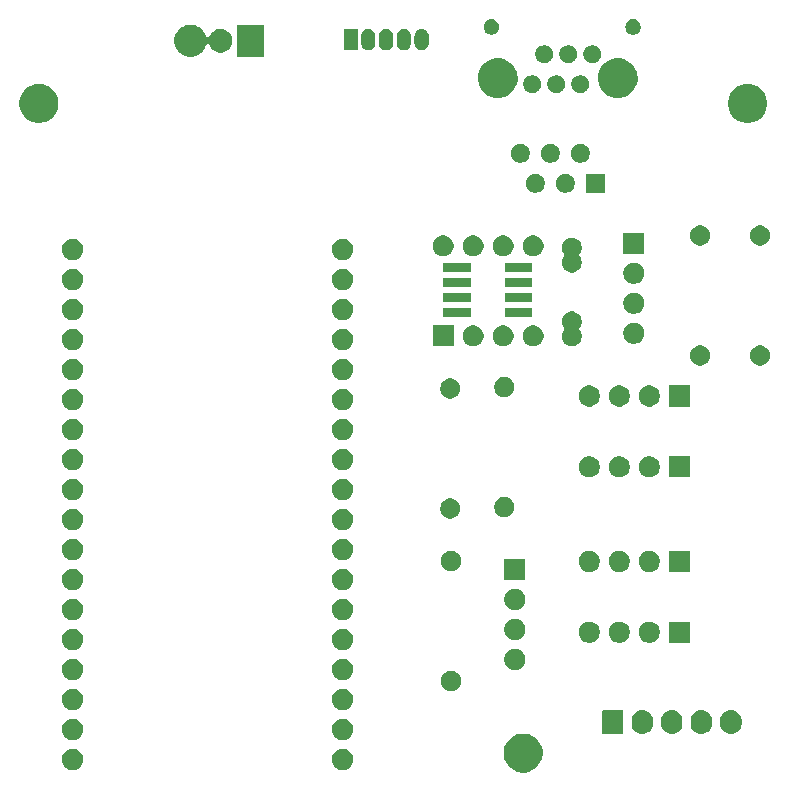
<source format=gbr>
G04 #@! TF.GenerationSoftware,KiCad,Pcbnew,5.1.5+dfsg1-2build2*
G04 #@! TF.CreationDate,2021-08-05T17:40:45+02:00*
G04 #@! TF.ProjectId,Airrohr_pcb,41697272-6f68-4725-9f70-63622e6b6963,rev?*
G04 #@! TF.SameCoordinates,Original*
G04 #@! TF.FileFunction,Soldermask,Top*
G04 #@! TF.FilePolarity,Negative*
%FSLAX46Y46*%
G04 Gerber Fmt 4.6, Leading zero omitted, Abs format (unit mm)*
G04 Created by KiCad (PCBNEW 5.1.5+dfsg1-2build2) date 2021-08-05 17:40:45*
%MOMM*%
%LPD*%
G04 APERTURE LIST*
%ADD10C,0.100000*%
G04 APERTURE END LIST*
D10*
G36*
X185064656Y-81791298D02*
G01*
X185170979Y-81812447D01*
X185471442Y-81936903D01*
X185741851Y-82117585D01*
X185971815Y-82347549D01*
X185971816Y-82347551D01*
X186152498Y-82617960D01*
X186276953Y-82918422D01*
X186340400Y-83237389D01*
X186340400Y-83562611D01*
X186318237Y-83674029D01*
X186276953Y-83881579D01*
X186152497Y-84182042D01*
X185971815Y-84452451D01*
X185741851Y-84682415D01*
X185471442Y-84863097D01*
X185170979Y-84987553D01*
X185064656Y-85008702D01*
X184852011Y-85051000D01*
X184526789Y-85051000D01*
X184314144Y-85008702D01*
X184207821Y-84987553D01*
X183907358Y-84863097D01*
X183636949Y-84682415D01*
X183406985Y-84452451D01*
X183226303Y-84182042D01*
X183101847Y-83881579D01*
X183060563Y-83674029D01*
X183038400Y-83562611D01*
X183038400Y-83237389D01*
X183101847Y-82918422D01*
X183226302Y-82617960D01*
X183406984Y-82347551D01*
X183406985Y-82347549D01*
X183636949Y-82117585D01*
X183907358Y-81936903D01*
X184207821Y-81812447D01*
X184314144Y-81791298D01*
X184526789Y-81749000D01*
X184852011Y-81749000D01*
X185064656Y-81791298D01*
G37*
G36*
X169513732Y-83040767D02*
G01*
X169663032Y-83070464D01*
X169827004Y-83138384D01*
X169974574Y-83236987D01*
X170100073Y-83362486D01*
X170198676Y-83510056D01*
X170266596Y-83674028D01*
X170301220Y-83848099D01*
X170301220Y-84025581D01*
X170266596Y-84199652D01*
X170198676Y-84363624D01*
X170100073Y-84511194D01*
X169974574Y-84636693D01*
X169827004Y-84735296D01*
X169663032Y-84803216D01*
X169513732Y-84832913D01*
X169488962Y-84837840D01*
X169311478Y-84837840D01*
X169286708Y-84832913D01*
X169137408Y-84803216D01*
X168973436Y-84735296D01*
X168825866Y-84636693D01*
X168700367Y-84511194D01*
X168601764Y-84363624D01*
X168533844Y-84199652D01*
X168499220Y-84025581D01*
X168499220Y-83848099D01*
X168533844Y-83674028D01*
X168601764Y-83510056D01*
X168700367Y-83362486D01*
X168825866Y-83236987D01*
X168973436Y-83138384D01*
X169137408Y-83070464D01*
X169286708Y-83040767D01*
X169311478Y-83035840D01*
X169488962Y-83035840D01*
X169513732Y-83040767D01*
G37*
G36*
X146653732Y-83040767D02*
G01*
X146803032Y-83070464D01*
X146967004Y-83138384D01*
X147114574Y-83236987D01*
X147240073Y-83362486D01*
X147338676Y-83510056D01*
X147406596Y-83674028D01*
X147441220Y-83848099D01*
X147441220Y-84025581D01*
X147406596Y-84199652D01*
X147338676Y-84363624D01*
X147240073Y-84511194D01*
X147114574Y-84636693D01*
X146967004Y-84735296D01*
X146803032Y-84803216D01*
X146653732Y-84832913D01*
X146628962Y-84837840D01*
X146451478Y-84837840D01*
X146426708Y-84832913D01*
X146277408Y-84803216D01*
X146113436Y-84735296D01*
X145965866Y-84636693D01*
X145840367Y-84511194D01*
X145741764Y-84363624D01*
X145673844Y-84199652D01*
X145639220Y-84025581D01*
X145639220Y-83848099D01*
X145673844Y-83674028D01*
X145741764Y-83510056D01*
X145840367Y-83362486D01*
X145965866Y-83236987D01*
X146113436Y-83138384D01*
X146277408Y-83070464D01*
X146426708Y-83040767D01*
X146451478Y-83035840D01*
X146628962Y-83035840D01*
X146653732Y-83040767D01*
G37*
G36*
X146653732Y-80500767D02*
G01*
X146803032Y-80530464D01*
X146967004Y-80598384D01*
X147114574Y-80696987D01*
X147240073Y-80822486D01*
X147338676Y-80970056D01*
X147406596Y-81134028D01*
X147441220Y-81308099D01*
X147441220Y-81485581D01*
X147406596Y-81659652D01*
X147338676Y-81823624D01*
X147240073Y-81971194D01*
X147114574Y-82096693D01*
X146967004Y-82195296D01*
X146803032Y-82263216D01*
X146653732Y-82292913D01*
X146628962Y-82297840D01*
X146451478Y-82297840D01*
X146426708Y-82292913D01*
X146277408Y-82263216D01*
X146113436Y-82195296D01*
X145965866Y-82096693D01*
X145840367Y-81971194D01*
X145741764Y-81823624D01*
X145673844Y-81659652D01*
X145639220Y-81485581D01*
X145639220Y-81308099D01*
X145673844Y-81134028D01*
X145741764Y-80970056D01*
X145840367Y-80822486D01*
X145965866Y-80696987D01*
X146113436Y-80598384D01*
X146277408Y-80530464D01*
X146426708Y-80500767D01*
X146451478Y-80495840D01*
X146628962Y-80495840D01*
X146653732Y-80500767D01*
G37*
G36*
X169513732Y-80500767D02*
G01*
X169663032Y-80530464D01*
X169827004Y-80598384D01*
X169974574Y-80696987D01*
X170100073Y-80822486D01*
X170198676Y-80970056D01*
X170266596Y-81134028D01*
X170301220Y-81308099D01*
X170301220Y-81485581D01*
X170266596Y-81659652D01*
X170198676Y-81823624D01*
X170100073Y-81971194D01*
X169974574Y-82096693D01*
X169827004Y-82195296D01*
X169663032Y-82263216D01*
X169513732Y-82292913D01*
X169488962Y-82297840D01*
X169311478Y-82297840D01*
X169286708Y-82292913D01*
X169137408Y-82263216D01*
X168973436Y-82195296D01*
X168825866Y-82096693D01*
X168700367Y-81971194D01*
X168601764Y-81823624D01*
X168533844Y-81659652D01*
X168499220Y-81485581D01*
X168499220Y-81308099D01*
X168533844Y-81134028D01*
X168601764Y-80970056D01*
X168700367Y-80822486D01*
X168825866Y-80696987D01*
X168973436Y-80598384D01*
X169137408Y-80530464D01*
X169286708Y-80500767D01*
X169311478Y-80495840D01*
X169488962Y-80495840D01*
X169513732Y-80500767D01*
G37*
G36*
X197454626Y-79759037D02*
G01*
X197624465Y-79810557D01*
X197624467Y-79810558D01*
X197780989Y-79894221D01*
X197918186Y-80006814D01*
X198001448Y-80108271D01*
X198030778Y-80144009D01*
X198114443Y-80300534D01*
X198165963Y-80470373D01*
X198165963Y-80470375D01*
X198179000Y-80602740D01*
X198179000Y-80941259D01*
X198172482Y-81007441D01*
X198165963Y-81073626D01*
X198114443Y-81243466D01*
X198030778Y-81399991D01*
X198001448Y-81435729D01*
X197918186Y-81537186D01*
X197823250Y-81615097D01*
X197780991Y-81649778D01*
X197624466Y-81733443D01*
X197454627Y-81784963D01*
X197278000Y-81802359D01*
X197101374Y-81784963D01*
X196931535Y-81733443D01*
X196775010Y-81649778D01*
X196637815Y-81537185D01*
X196525222Y-81399991D01*
X196441557Y-81243466D01*
X196390037Y-81073627D01*
X196383519Y-81007443D01*
X196377000Y-80941260D01*
X196377000Y-80602741D01*
X196390037Y-80470376D01*
X196390037Y-80470374D01*
X196441557Y-80300535D01*
X196525222Y-80144010D01*
X196525223Y-80144009D01*
X196637814Y-80006814D01*
X196739271Y-79923552D01*
X196775009Y-79894222D01*
X196931534Y-79810557D01*
X197101373Y-79759037D01*
X197278000Y-79741641D01*
X197454626Y-79759037D01*
G37*
G36*
X194954626Y-79759037D02*
G01*
X195124465Y-79810557D01*
X195124467Y-79810558D01*
X195280989Y-79894221D01*
X195418186Y-80006814D01*
X195501448Y-80108271D01*
X195530778Y-80144009D01*
X195614443Y-80300534D01*
X195665963Y-80470373D01*
X195665963Y-80470375D01*
X195679000Y-80602740D01*
X195679000Y-80941259D01*
X195672482Y-81007441D01*
X195665963Y-81073626D01*
X195614443Y-81243466D01*
X195530778Y-81399991D01*
X195501448Y-81435729D01*
X195418186Y-81537186D01*
X195323250Y-81615097D01*
X195280991Y-81649778D01*
X195124466Y-81733443D01*
X194954627Y-81784963D01*
X194778000Y-81802359D01*
X194601374Y-81784963D01*
X194431535Y-81733443D01*
X194275010Y-81649778D01*
X194137815Y-81537185D01*
X194025222Y-81399991D01*
X193941557Y-81243466D01*
X193890037Y-81073627D01*
X193883519Y-81007443D01*
X193877000Y-80941260D01*
X193877000Y-80602741D01*
X193890037Y-80470376D01*
X193890037Y-80470374D01*
X193941557Y-80300535D01*
X194025222Y-80144010D01*
X194025223Y-80144009D01*
X194137814Y-80006814D01*
X194239271Y-79923552D01*
X194275009Y-79894222D01*
X194431534Y-79810557D01*
X194601373Y-79759037D01*
X194778000Y-79741641D01*
X194954626Y-79759037D01*
G37*
G36*
X199954626Y-79759037D02*
G01*
X200124465Y-79810557D01*
X200124467Y-79810558D01*
X200280989Y-79894221D01*
X200418186Y-80006814D01*
X200501448Y-80108271D01*
X200530778Y-80144009D01*
X200614443Y-80300534D01*
X200665963Y-80470373D01*
X200665963Y-80470375D01*
X200679000Y-80602740D01*
X200679000Y-80941259D01*
X200672482Y-81007441D01*
X200665963Y-81073626D01*
X200614443Y-81243466D01*
X200530778Y-81399991D01*
X200501448Y-81435729D01*
X200418186Y-81537186D01*
X200323250Y-81615097D01*
X200280991Y-81649778D01*
X200124466Y-81733443D01*
X199954627Y-81784963D01*
X199778000Y-81802359D01*
X199601374Y-81784963D01*
X199431535Y-81733443D01*
X199275010Y-81649778D01*
X199137815Y-81537185D01*
X199025222Y-81399991D01*
X198941557Y-81243466D01*
X198890037Y-81073627D01*
X198883519Y-81007443D01*
X198877000Y-80941260D01*
X198877000Y-80602741D01*
X198890037Y-80470376D01*
X198890037Y-80470374D01*
X198941557Y-80300535D01*
X199025222Y-80144010D01*
X199025223Y-80144009D01*
X199137814Y-80006814D01*
X199239271Y-79923552D01*
X199275009Y-79894222D01*
X199431534Y-79810557D01*
X199601373Y-79759037D01*
X199778000Y-79741641D01*
X199954626Y-79759037D01*
G37*
G36*
X202454626Y-79759037D02*
G01*
X202624465Y-79810557D01*
X202624467Y-79810558D01*
X202780989Y-79894221D01*
X202918186Y-80006814D01*
X203001448Y-80108271D01*
X203030778Y-80144009D01*
X203114443Y-80300534D01*
X203165963Y-80470373D01*
X203165963Y-80470375D01*
X203179000Y-80602740D01*
X203179000Y-80941259D01*
X203172482Y-81007441D01*
X203165963Y-81073626D01*
X203114443Y-81243466D01*
X203030778Y-81399991D01*
X203001448Y-81435729D01*
X202918186Y-81537186D01*
X202823250Y-81615097D01*
X202780991Y-81649778D01*
X202624466Y-81733443D01*
X202454627Y-81784963D01*
X202278000Y-81802359D01*
X202101374Y-81784963D01*
X201931535Y-81733443D01*
X201775010Y-81649778D01*
X201637815Y-81537185D01*
X201525222Y-81399991D01*
X201441557Y-81243466D01*
X201390037Y-81073627D01*
X201383519Y-81007443D01*
X201377000Y-80941260D01*
X201377000Y-80602741D01*
X201390037Y-80470376D01*
X201390037Y-80470374D01*
X201441557Y-80300535D01*
X201525222Y-80144010D01*
X201525223Y-80144009D01*
X201637814Y-80006814D01*
X201739271Y-79923552D01*
X201775009Y-79894222D01*
X201931534Y-79810557D01*
X202101373Y-79759037D01*
X202278000Y-79741641D01*
X202454626Y-79759037D01*
G37*
G36*
X193036600Y-79749989D02*
G01*
X193069652Y-79760015D01*
X193100103Y-79776292D01*
X193126799Y-79798201D01*
X193148708Y-79824897D01*
X193164985Y-79855348D01*
X193175011Y-79888400D01*
X193179000Y-79928903D01*
X193179000Y-81615097D01*
X193175011Y-81655600D01*
X193164985Y-81688652D01*
X193148708Y-81719103D01*
X193126799Y-81745799D01*
X193100103Y-81767708D01*
X193069652Y-81783985D01*
X193036600Y-81794011D01*
X192996097Y-81798000D01*
X191559903Y-81798000D01*
X191519400Y-81794011D01*
X191486348Y-81783985D01*
X191455897Y-81767708D01*
X191429201Y-81745799D01*
X191407292Y-81719103D01*
X191391015Y-81688652D01*
X191380989Y-81655600D01*
X191377000Y-81615097D01*
X191377000Y-79928903D01*
X191380989Y-79888400D01*
X191391015Y-79855348D01*
X191407292Y-79824897D01*
X191429201Y-79798201D01*
X191455897Y-79776292D01*
X191486348Y-79760015D01*
X191519400Y-79749989D01*
X191559903Y-79746000D01*
X192996097Y-79746000D01*
X193036600Y-79749989D01*
G37*
G36*
X146653732Y-77960767D02*
G01*
X146803032Y-77990464D01*
X146967004Y-78058384D01*
X147114574Y-78156987D01*
X147240073Y-78282486D01*
X147338676Y-78430056D01*
X147406596Y-78594028D01*
X147441220Y-78768099D01*
X147441220Y-78945581D01*
X147406596Y-79119652D01*
X147338676Y-79283624D01*
X147240073Y-79431194D01*
X147114574Y-79556693D01*
X146967004Y-79655296D01*
X146803032Y-79723216D01*
X146662886Y-79751092D01*
X146628962Y-79757840D01*
X146451478Y-79757840D01*
X146417554Y-79751092D01*
X146277408Y-79723216D01*
X146113436Y-79655296D01*
X145965866Y-79556693D01*
X145840367Y-79431194D01*
X145741764Y-79283624D01*
X145673844Y-79119652D01*
X145639220Y-78945581D01*
X145639220Y-78768099D01*
X145673844Y-78594028D01*
X145741764Y-78430056D01*
X145840367Y-78282486D01*
X145965866Y-78156987D01*
X146113436Y-78058384D01*
X146277408Y-77990464D01*
X146426708Y-77960767D01*
X146451478Y-77955840D01*
X146628962Y-77955840D01*
X146653732Y-77960767D01*
G37*
G36*
X169513732Y-77960767D02*
G01*
X169663032Y-77990464D01*
X169827004Y-78058384D01*
X169974574Y-78156987D01*
X170100073Y-78282486D01*
X170198676Y-78430056D01*
X170266596Y-78594028D01*
X170301220Y-78768099D01*
X170301220Y-78945581D01*
X170266596Y-79119652D01*
X170198676Y-79283624D01*
X170100073Y-79431194D01*
X169974574Y-79556693D01*
X169827004Y-79655296D01*
X169663032Y-79723216D01*
X169522886Y-79751092D01*
X169488962Y-79757840D01*
X169311478Y-79757840D01*
X169277554Y-79751092D01*
X169137408Y-79723216D01*
X168973436Y-79655296D01*
X168825866Y-79556693D01*
X168700367Y-79431194D01*
X168601764Y-79283624D01*
X168533844Y-79119652D01*
X168499220Y-78945581D01*
X168499220Y-78768099D01*
X168533844Y-78594028D01*
X168601764Y-78430056D01*
X168700367Y-78282486D01*
X168825866Y-78156987D01*
X168973436Y-78058384D01*
X169137408Y-77990464D01*
X169286708Y-77960767D01*
X169311478Y-77955840D01*
X169488962Y-77955840D01*
X169513732Y-77960767D01*
G37*
G36*
X178822928Y-76468823D02*
G01*
X178977800Y-76532973D01*
X179117181Y-76626105D01*
X179235715Y-76744639D01*
X179328847Y-76884020D01*
X179392997Y-77038892D01*
X179425700Y-77203304D01*
X179425700Y-77370936D01*
X179392997Y-77535348D01*
X179328847Y-77690220D01*
X179235715Y-77829601D01*
X179117181Y-77948135D01*
X178977800Y-78041267D01*
X178822928Y-78105417D01*
X178658516Y-78138120D01*
X178490884Y-78138120D01*
X178326472Y-78105417D01*
X178171600Y-78041267D01*
X178032219Y-77948135D01*
X177913685Y-77829601D01*
X177820553Y-77690220D01*
X177756403Y-77535348D01*
X177723700Y-77370936D01*
X177723700Y-77203304D01*
X177756403Y-77038892D01*
X177820553Y-76884020D01*
X177913685Y-76744639D01*
X178032219Y-76626105D01*
X178171600Y-76532973D01*
X178326472Y-76468823D01*
X178490884Y-76436120D01*
X178658516Y-76436120D01*
X178822928Y-76468823D01*
G37*
G36*
X146653732Y-75420767D02*
G01*
X146803032Y-75450464D01*
X146967004Y-75518384D01*
X147114574Y-75616987D01*
X147240073Y-75742486D01*
X147338676Y-75890056D01*
X147406596Y-76054028D01*
X147441220Y-76228099D01*
X147441220Y-76405581D01*
X147406596Y-76579652D01*
X147338676Y-76743624D01*
X147240073Y-76891194D01*
X147114574Y-77016693D01*
X146967004Y-77115296D01*
X146803032Y-77183216D01*
X146653732Y-77212913D01*
X146628962Y-77217840D01*
X146451478Y-77217840D01*
X146426708Y-77212913D01*
X146277408Y-77183216D01*
X146113436Y-77115296D01*
X145965866Y-77016693D01*
X145840367Y-76891194D01*
X145741764Y-76743624D01*
X145673844Y-76579652D01*
X145639220Y-76405581D01*
X145639220Y-76228099D01*
X145673844Y-76054028D01*
X145741764Y-75890056D01*
X145840367Y-75742486D01*
X145965866Y-75616987D01*
X146113436Y-75518384D01*
X146277408Y-75450464D01*
X146426708Y-75420767D01*
X146451478Y-75415840D01*
X146628962Y-75415840D01*
X146653732Y-75420767D01*
G37*
G36*
X169513732Y-75420767D02*
G01*
X169663032Y-75450464D01*
X169827004Y-75518384D01*
X169974574Y-75616987D01*
X170100073Y-75742486D01*
X170198676Y-75890056D01*
X170266596Y-76054028D01*
X170301220Y-76228099D01*
X170301220Y-76405581D01*
X170266596Y-76579652D01*
X170198676Y-76743624D01*
X170100073Y-76891194D01*
X169974574Y-77016693D01*
X169827004Y-77115296D01*
X169663032Y-77183216D01*
X169513732Y-77212913D01*
X169488962Y-77217840D01*
X169311478Y-77217840D01*
X169286708Y-77212913D01*
X169137408Y-77183216D01*
X168973436Y-77115296D01*
X168825866Y-77016693D01*
X168700367Y-76891194D01*
X168601764Y-76743624D01*
X168533844Y-76579652D01*
X168499220Y-76405581D01*
X168499220Y-76228099D01*
X168533844Y-76054028D01*
X168601764Y-75890056D01*
X168700367Y-75742486D01*
X168825866Y-75616987D01*
X168973436Y-75518384D01*
X169137408Y-75450464D01*
X169286708Y-75420767D01*
X169311478Y-75415840D01*
X169488962Y-75415840D01*
X169513732Y-75420767D01*
G37*
G36*
X184098412Y-74587647D02*
G01*
X184247712Y-74617344D01*
X184411684Y-74685264D01*
X184559254Y-74783867D01*
X184684753Y-74909366D01*
X184783356Y-75056936D01*
X184851276Y-75220908D01*
X184885900Y-75394979D01*
X184885900Y-75572461D01*
X184851276Y-75746532D01*
X184783356Y-75910504D01*
X184684753Y-76058074D01*
X184559254Y-76183573D01*
X184411684Y-76282176D01*
X184247712Y-76350096D01*
X184098412Y-76379793D01*
X184073642Y-76384720D01*
X183896158Y-76384720D01*
X183871388Y-76379793D01*
X183722088Y-76350096D01*
X183558116Y-76282176D01*
X183410546Y-76183573D01*
X183285047Y-76058074D01*
X183186444Y-75910504D01*
X183118524Y-75746532D01*
X183083900Y-75572461D01*
X183083900Y-75394979D01*
X183118524Y-75220908D01*
X183186444Y-75056936D01*
X183285047Y-74909366D01*
X183410546Y-74783867D01*
X183558116Y-74685264D01*
X183722088Y-74617344D01*
X183871388Y-74587647D01*
X183896158Y-74582720D01*
X184073642Y-74582720D01*
X184098412Y-74587647D01*
G37*
G36*
X169513732Y-72880767D02*
G01*
X169663032Y-72910464D01*
X169827004Y-72978384D01*
X169974574Y-73076987D01*
X170100073Y-73202486D01*
X170198676Y-73350056D01*
X170266596Y-73514028D01*
X170301220Y-73688099D01*
X170301220Y-73865581D01*
X170266596Y-74039652D01*
X170198676Y-74203624D01*
X170100073Y-74351194D01*
X169974574Y-74476693D01*
X169827004Y-74575296D01*
X169663032Y-74643216D01*
X169513732Y-74672913D01*
X169488962Y-74677840D01*
X169311478Y-74677840D01*
X169286708Y-74672913D01*
X169137408Y-74643216D01*
X168973436Y-74575296D01*
X168825866Y-74476693D01*
X168700367Y-74351194D01*
X168601764Y-74203624D01*
X168533844Y-74039652D01*
X168499220Y-73865581D01*
X168499220Y-73688099D01*
X168533844Y-73514028D01*
X168601764Y-73350056D01*
X168700367Y-73202486D01*
X168825866Y-73076987D01*
X168973436Y-72978384D01*
X169137408Y-72910464D01*
X169286708Y-72880767D01*
X169311478Y-72875840D01*
X169488962Y-72875840D01*
X169513732Y-72880767D01*
G37*
G36*
X146653732Y-72880767D02*
G01*
X146803032Y-72910464D01*
X146967004Y-72978384D01*
X147114574Y-73076987D01*
X147240073Y-73202486D01*
X147338676Y-73350056D01*
X147406596Y-73514028D01*
X147441220Y-73688099D01*
X147441220Y-73865581D01*
X147406596Y-74039652D01*
X147338676Y-74203624D01*
X147240073Y-74351194D01*
X147114574Y-74476693D01*
X146967004Y-74575296D01*
X146803032Y-74643216D01*
X146653732Y-74672913D01*
X146628962Y-74677840D01*
X146451478Y-74677840D01*
X146426708Y-74672913D01*
X146277408Y-74643216D01*
X146113436Y-74575296D01*
X145965866Y-74476693D01*
X145840367Y-74351194D01*
X145741764Y-74203624D01*
X145673844Y-74039652D01*
X145639220Y-73865581D01*
X145639220Y-73688099D01*
X145673844Y-73514028D01*
X145741764Y-73350056D01*
X145840367Y-73202486D01*
X145965866Y-73076987D01*
X146113436Y-72978384D01*
X146277408Y-72910464D01*
X146426708Y-72880767D01*
X146451478Y-72875840D01*
X146628962Y-72875840D01*
X146653732Y-72880767D01*
G37*
G36*
X192938512Y-72272327D02*
G01*
X193087812Y-72302024D01*
X193251784Y-72369944D01*
X193399354Y-72468547D01*
X193524853Y-72594046D01*
X193623456Y-72741616D01*
X193691376Y-72905588D01*
X193726000Y-73079659D01*
X193726000Y-73257141D01*
X193691376Y-73431212D01*
X193623456Y-73595184D01*
X193524853Y-73742754D01*
X193399354Y-73868253D01*
X193251784Y-73966856D01*
X193087812Y-74034776D01*
X192938512Y-74064473D01*
X192913742Y-74069400D01*
X192736258Y-74069400D01*
X192711488Y-74064473D01*
X192562188Y-74034776D01*
X192398216Y-73966856D01*
X192250646Y-73868253D01*
X192125147Y-73742754D01*
X192026544Y-73595184D01*
X191958624Y-73431212D01*
X191924000Y-73257141D01*
X191924000Y-73079659D01*
X191958624Y-72905588D01*
X192026544Y-72741616D01*
X192125147Y-72594046D01*
X192250646Y-72468547D01*
X192398216Y-72369944D01*
X192562188Y-72302024D01*
X192711488Y-72272327D01*
X192736258Y-72267400D01*
X192913742Y-72267400D01*
X192938512Y-72272327D01*
G37*
G36*
X195478512Y-72272327D02*
G01*
X195627812Y-72302024D01*
X195791784Y-72369944D01*
X195939354Y-72468547D01*
X196064853Y-72594046D01*
X196163456Y-72741616D01*
X196231376Y-72905588D01*
X196266000Y-73079659D01*
X196266000Y-73257141D01*
X196231376Y-73431212D01*
X196163456Y-73595184D01*
X196064853Y-73742754D01*
X195939354Y-73868253D01*
X195791784Y-73966856D01*
X195627812Y-74034776D01*
X195478512Y-74064473D01*
X195453742Y-74069400D01*
X195276258Y-74069400D01*
X195251488Y-74064473D01*
X195102188Y-74034776D01*
X194938216Y-73966856D01*
X194790646Y-73868253D01*
X194665147Y-73742754D01*
X194566544Y-73595184D01*
X194498624Y-73431212D01*
X194464000Y-73257141D01*
X194464000Y-73079659D01*
X194498624Y-72905588D01*
X194566544Y-72741616D01*
X194665147Y-72594046D01*
X194790646Y-72468547D01*
X194938216Y-72369944D01*
X195102188Y-72302024D01*
X195251488Y-72272327D01*
X195276258Y-72267400D01*
X195453742Y-72267400D01*
X195478512Y-72272327D01*
G37*
G36*
X198806000Y-74069400D02*
G01*
X197004000Y-74069400D01*
X197004000Y-72267400D01*
X198806000Y-72267400D01*
X198806000Y-74069400D01*
G37*
G36*
X190398512Y-72272327D02*
G01*
X190547812Y-72302024D01*
X190711784Y-72369944D01*
X190859354Y-72468547D01*
X190984853Y-72594046D01*
X191083456Y-72741616D01*
X191151376Y-72905588D01*
X191186000Y-73079659D01*
X191186000Y-73257141D01*
X191151376Y-73431212D01*
X191083456Y-73595184D01*
X190984853Y-73742754D01*
X190859354Y-73868253D01*
X190711784Y-73966856D01*
X190547812Y-74034776D01*
X190398512Y-74064473D01*
X190373742Y-74069400D01*
X190196258Y-74069400D01*
X190171488Y-74064473D01*
X190022188Y-74034776D01*
X189858216Y-73966856D01*
X189710646Y-73868253D01*
X189585147Y-73742754D01*
X189486544Y-73595184D01*
X189418624Y-73431212D01*
X189384000Y-73257141D01*
X189384000Y-73079659D01*
X189418624Y-72905588D01*
X189486544Y-72741616D01*
X189585147Y-72594046D01*
X189710646Y-72468547D01*
X189858216Y-72369944D01*
X190022188Y-72302024D01*
X190171488Y-72272327D01*
X190196258Y-72267400D01*
X190373742Y-72267400D01*
X190398512Y-72272327D01*
G37*
G36*
X184098412Y-72047647D02*
G01*
X184247712Y-72077344D01*
X184411684Y-72145264D01*
X184559254Y-72243867D01*
X184684753Y-72369366D01*
X184783356Y-72516936D01*
X184851276Y-72680908D01*
X184885900Y-72854979D01*
X184885900Y-73032461D01*
X184851276Y-73206532D01*
X184783356Y-73370504D01*
X184684753Y-73518074D01*
X184559254Y-73643573D01*
X184411684Y-73742176D01*
X184247712Y-73810096D01*
X184098412Y-73839793D01*
X184073642Y-73844720D01*
X183896158Y-73844720D01*
X183871388Y-73839793D01*
X183722088Y-73810096D01*
X183558116Y-73742176D01*
X183410546Y-73643573D01*
X183285047Y-73518074D01*
X183186444Y-73370504D01*
X183118524Y-73206532D01*
X183083900Y-73032461D01*
X183083900Y-72854979D01*
X183118524Y-72680908D01*
X183186444Y-72516936D01*
X183285047Y-72369366D01*
X183410546Y-72243867D01*
X183558116Y-72145264D01*
X183722088Y-72077344D01*
X183871388Y-72047647D01*
X183896158Y-72042720D01*
X184073642Y-72042720D01*
X184098412Y-72047647D01*
G37*
G36*
X169513732Y-70340767D02*
G01*
X169663032Y-70370464D01*
X169827004Y-70438384D01*
X169974574Y-70536987D01*
X170100073Y-70662486D01*
X170198676Y-70810056D01*
X170266596Y-70974028D01*
X170301220Y-71148099D01*
X170301220Y-71325581D01*
X170266596Y-71499652D01*
X170198676Y-71663624D01*
X170100073Y-71811194D01*
X169974574Y-71936693D01*
X169827004Y-72035296D01*
X169663032Y-72103216D01*
X169513732Y-72132913D01*
X169488962Y-72137840D01*
X169311478Y-72137840D01*
X169286708Y-72132913D01*
X169137408Y-72103216D01*
X168973436Y-72035296D01*
X168825866Y-71936693D01*
X168700367Y-71811194D01*
X168601764Y-71663624D01*
X168533844Y-71499652D01*
X168499220Y-71325581D01*
X168499220Y-71148099D01*
X168533844Y-70974028D01*
X168601764Y-70810056D01*
X168700367Y-70662486D01*
X168825866Y-70536987D01*
X168973436Y-70438384D01*
X169137408Y-70370464D01*
X169286708Y-70340767D01*
X169311478Y-70335840D01*
X169488962Y-70335840D01*
X169513732Y-70340767D01*
G37*
G36*
X146653732Y-70340767D02*
G01*
X146803032Y-70370464D01*
X146967004Y-70438384D01*
X147114574Y-70536987D01*
X147240073Y-70662486D01*
X147338676Y-70810056D01*
X147406596Y-70974028D01*
X147441220Y-71148099D01*
X147441220Y-71325581D01*
X147406596Y-71499652D01*
X147338676Y-71663624D01*
X147240073Y-71811194D01*
X147114574Y-71936693D01*
X146967004Y-72035296D01*
X146803032Y-72103216D01*
X146653732Y-72132913D01*
X146628962Y-72137840D01*
X146451478Y-72137840D01*
X146426708Y-72132913D01*
X146277408Y-72103216D01*
X146113436Y-72035296D01*
X145965866Y-71936693D01*
X145840367Y-71811194D01*
X145741764Y-71663624D01*
X145673844Y-71499652D01*
X145639220Y-71325581D01*
X145639220Y-71148099D01*
X145673844Y-70974028D01*
X145741764Y-70810056D01*
X145840367Y-70662486D01*
X145965866Y-70536987D01*
X146113436Y-70438384D01*
X146277408Y-70370464D01*
X146426708Y-70340767D01*
X146451478Y-70335840D01*
X146628962Y-70335840D01*
X146653732Y-70340767D01*
G37*
G36*
X184098412Y-69507647D02*
G01*
X184247712Y-69537344D01*
X184411684Y-69605264D01*
X184559254Y-69703867D01*
X184684753Y-69829366D01*
X184783356Y-69976936D01*
X184851276Y-70140908D01*
X184885900Y-70314979D01*
X184885900Y-70492461D01*
X184851276Y-70666532D01*
X184783356Y-70830504D01*
X184684753Y-70978074D01*
X184559254Y-71103573D01*
X184411684Y-71202176D01*
X184247712Y-71270096D01*
X184098412Y-71299793D01*
X184073642Y-71304720D01*
X183896158Y-71304720D01*
X183871388Y-71299793D01*
X183722088Y-71270096D01*
X183558116Y-71202176D01*
X183410546Y-71103573D01*
X183285047Y-70978074D01*
X183186444Y-70830504D01*
X183118524Y-70666532D01*
X183083900Y-70492461D01*
X183083900Y-70314979D01*
X183118524Y-70140908D01*
X183186444Y-69976936D01*
X183285047Y-69829366D01*
X183410546Y-69703867D01*
X183558116Y-69605264D01*
X183722088Y-69537344D01*
X183871388Y-69507647D01*
X183896158Y-69502720D01*
X184073642Y-69502720D01*
X184098412Y-69507647D01*
G37*
G36*
X146653732Y-67800767D02*
G01*
X146803032Y-67830464D01*
X146967004Y-67898384D01*
X147114574Y-67996987D01*
X147240073Y-68122486D01*
X147338676Y-68270056D01*
X147406596Y-68434028D01*
X147441220Y-68608099D01*
X147441220Y-68785581D01*
X147406596Y-68959652D01*
X147338676Y-69123624D01*
X147240073Y-69271194D01*
X147114574Y-69396693D01*
X146967004Y-69495296D01*
X146803032Y-69563216D01*
X146653732Y-69592913D01*
X146628962Y-69597840D01*
X146451478Y-69597840D01*
X146426708Y-69592913D01*
X146277408Y-69563216D01*
X146113436Y-69495296D01*
X145965866Y-69396693D01*
X145840367Y-69271194D01*
X145741764Y-69123624D01*
X145673844Y-68959652D01*
X145639220Y-68785581D01*
X145639220Y-68608099D01*
X145673844Y-68434028D01*
X145741764Y-68270056D01*
X145840367Y-68122486D01*
X145965866Y-67996987D01*
X146113436Y-67898384D01*
X146277408Y-67830464D01*
X146426708Y-67800767D01*
X146451478Y-67795840D01*
X146628962Y-67795840D01*
X146653732Y-67800767D01*
G37*
G36*
X169513732Y-67800767D02*
G01*
X169663032Y-67830464D01*
X169827004Y-67898384D01*
X169974574Y-67996987D01*
X170100073Y-68122486D01*
X170198676Y-68270056D01*
X170266596Y-68434028D01*
X170301220Y-68608099D01*
X170301220Y-68785581D01*
X170266596Y-68959652D01*
X170198676Y-69123624D01*
X170100073Y-69271194D01*
X169974574Y-69396693D01*
X169827004Y-69495296D01*
X169663032Y-69563216D01*
X169513732Y-69592913D01*
X169488962Y-69597840D01*
X169311478Y-69597840D01*
X169286708Y-69592913D01*
X169137408Y-69563216D01*
X168973436Y-69495296D01*
X168825866Y-69396693D01*
X168700367Y-69271194D01*
X168601764Y-69123624D01*
X168533844Y-68959652D01*
X168499220Y-68785581D01*
X168499220Y-68608099D01*
X168533844Y-68434028D01*
X168601764Y-68270056D01*
X168700367Y-68122486D01*
X168825866Y-67996987D01*
X168973436Y-67898384D01*
X169137408Y-67830464D01*
X169286708Y-67800767D01*
X169311478Y-67795840D01*
X169488962Y-67795840D01*
X169513732Y-67800767D01*
G37*
G36*
X184885900Y-68764720D02*
G01*
X183083900Y-68764720D01*
X183083900Y-66962720D01*
X184885900Y-66962720D01*
X184885900Y-68764720D01*
G37*
G36*
X195478512Y-66272327D02*
G01*
X195627812Y-66302024D01*
X195791784Y-66369944D01*
X195939354Y-66468547D01*
X196064853Y-66594046D01*
X196163456Y-66741616D01*
X196231376Y-66905588D01*
X196266000Y-67079659D01*
X196266000Y-67257141D01*
X196231376Y-67431212D01*
X196163456Y-67595184D01*
X196064853Y-67742754D01*
X195939354Y-67868253D01*
X195791784Y-67966856D01*
X195627812Y-68034776D01*
X195478512Y-68064473D01*
X195453742Y-68069400D01*
X195276258Y-68069400D01*
X195251488Y-68064473D01*
X195102188Y-68034776D01*
X194938216Y-67966856D01*
X194790646Y-67868253D01*
X194665147Y-67742754D01*
X194566544Y-67595184D01*
X194498624Y-67431212D01*
X194464000Y-67257141D01*
X194464000Y-67079659D01*
X194498624Y-66905588D01*
X194566544Y-66741616D01*
X194665147Y-66594046D01*
X194790646Y-66468547D01*
X194938216Y-66369944D01*
X195102188Y-66302024D01*
X195251488Y-66272327D01*
X195276258Y-66267400D01*
X195453742Y-66267400D01*
X195478512Y-66272327D01*
G37*
G36*
X198806000Y-68069400D02*
G01*
X197004000Y-68069400D01*
X197004000Y-66267400D01*
X198806000Y-66267400D01*
X198806000Y-68069400D01*
G37*
G36*
X190398512Y-66272327D02*
G01*
X190547812Y-66302024D01*
X190711784Y-66369944D01*
X190859354Y-66468547D01*
X190984853Y-66594046D01*
X191083456Y-66741616D01*
X191151376Y-66905588D01*
X191186000Y-67079659D01*
X191186000Y-67257141D01*
X191151376Y-67431212D01*
X191083456Y-67595184D01*
X190984853Y-67742754D01*
X190859354Y-67868253D01*
X190711784Y-67966856D01*
X190547812Y-68034776D01*
X190398512Y-68064473D01*
X190373742Y-68069400D01*
X190196258Y-68069400D01*
X190171488Y-68064473D01*
X190022188Y-68034776D01*
X189858216Y-67966856D01*
X189710646Y-67868253D01*
X189585147Y-67742754D01*
X189486544Y-67595184D01*
X189418624Y-67431212D01*
X189384000Y-67257141D01*
X189384000Y-67079659D01*
X189418624Y-66905588D01*
X189486544Y-66741616D01*
X189585147Y-66594046D01*
X189710646Y-66468547D01*
X189858216Y-66369944D01*
X190022188Y-66302024D01*
X190171488Y-66272327D01*
X190196258Y-66267400D01*
X190373742Y-66267400D01*
X190398512Y-66272327D01*
G37*
G36*
X192938512Y-66272327D02*
G01*
X193087812Y-66302024D01*
X193251784Y-66369944D01*
X193399354Y-66468547D01*
X193524853Y-66594046D01*
X193623456Y-66741616D01*
X193691376Y-66905588D01*
X193726000Y-67079659D01*
X193726000Y-67257141D01*
X193691376Y-67431212D01*
X193623456Y-67595184D01*
X193524853Y-67742754D01*
X193399354Y-67868253D01*
X193251784Y-67966856D01*
X193087812Y-68034776D01*
X192938512Y-68064473D01*
X192913742Y-68069400D01*
X192736258Y-68069400D01*
X192711488Y-68064473D01*
X192562188Y-68034776D01*
X192398216Y-67966856D01*
X192250646Y-67868253D01*
X192125147Y-67742754D01*
X192026544Y-67595184D01*
X191958624Y-67431212D01*
X191924000Y-67257141D01*
X191924000Y-67079659D01*
X191958624Y-66905588D01*
X192026544Y-66741616D01*
X192125147Y-66594046D01*
X192250646Y-66468547D01*
X192398216Y-66369944D01*
X192562188Y-66302024D01*
X192711488Y-66272327D01*
X192736258Y-66267400D01*
X192913742Y-66267400D01*
X192938512Y-66272327D01*
G37*
G36*
X178822928Y-66308823D02*
G01*
X178977800Y-66372973D01*
X179117181Y-66466105D01*
X179235715Y-66584639D01*
X179328847Y-66724020D01*
X179392997Y-66878892D01*
X179425700Y-67043304D01*
X179425700Y-67210936D01*
X179392997Y-67375348D01*
X179328847Y-67530220D01*
X179235715Y-67669601D01*
X179117181Y-67788135D01*
X178977800Y-67881267D01*
X178822928Y-67945417D01*
X178658516Y-67978120D01*
X178490884Y-67978120D01*
X178326472Y-67945417D01*
X178171600Y-67881267D01*
X178032219Y-67788135D01*
X177913685Y-67669601D01*
X177820553Y-67530220D01*
X177756403Y-67375348D01*
X177723700Y-67210936D01*
X177723700Y-67043304D01*
X177756403Y-66878892D01*
X177820553Y-66724020D01*
X177913685Y-66584639D01*
X178032219Y-66466105D01*
X178171600Y-66372973D01*
X178326472Y-66308823D01*
X178490884Y-66276120D01*
X178658516Y-66276120D01*
X178822928Y-66308823D01*
G37*
G36*
X169513732Y-65260767D02*
G01*
X169663032Y-65290464D01*
X169827004Y-65358384D01*
X169974574Y-65456987D01*
X170100073Y-65582486D01*
X170198676Y-65730056D01*
X170266596Y-65894028D01*
X170301220Y-66068099D01*
X170301220Y-66245581D01*
X170266596Y-66419652D01*
X170198676Y-66583624D01*
X170100073Y-66731194D01*
X169974574Y-66856693D01*
X169827004Y-66955296D01*
X169663032Y-67023216D01*
X169513732Y-67052913D01*
X169488962Y-67057840D01*
X169311478Y-67057840D01*
X169286708Y-67052913D01*
X169137408Y-67023216D01*
X168973436Y-66955296D01*
X168825866Y-66856693D01*
X168700367Y-66731194D01*
X168601764Y-66583624D01*
X168533844Y-66419652D01*
X168499220Y-66245581D01*
X168499220Y-66068099D01*
X168533844Y-65894028D01*
X168601764Y-65730056D01*
X168700367Y-65582486D01*
X168825866Y-65456987D01*
X168973436Y-65358384D01*
X169137408Y-65290464D01*
X169286708Y-65260767D01*
X169311478Y-65255840D01*
X169488962Y-65255840D01*
X169513732Y-65260767D01*
G37*
G36*
X146653732Y-65260767D02*
G01*
X146803032Y-65290464D01*
X146967004Y-65358384D01*
X147114574Y-65456987D01*
X147240073Y-65582486D01*
X147338676Y-65730056D01*
X147406596Y-65894028D01*
X147441220Y-66068099D01*
X147441220Y-66245581D01*
X147406596Y-66419652D01*
X147338676Y-66583624D01*
X147240073Y-66731194D01*
X147114574Y-66856693D01*
X146967004Y-66955296D01*
X146803032Y-67023216D01*
X146653732Y-67052913D01*
X146628962Y-67057840D01*
X146451478Y-67057840D01*
X146426708Y-67052913D01*
X146277408Y-67023216D01*
X146113436Y-66955296D01*
X145965866Y-66856693D01*
X145840367Y-66731194D01*
X145741764Y-66583624D01*
X145673844Y-66419652D01*
X145639220Y-66245581D01*
X145639220Y-66068099D01*
X145673844Y-65894028D01*
X145741764Y-65730056D01*
X145840367Y-65582486D01*
X145965866Y-65456987D01*
X146113436Y-65358384D01*
X146277408Y-65290464D01*
X146426708Y-65260767D01*
X146451478Y-65255840D01*
X146628962Y-65255840D01*
X146653732Y-65260767D01*
G37*
G36*
X169513732Y-62720767D02*
G01*
X169663032Y-62750464D01*
X169827004Y-62818384D01*
X169974574Y-62916987D01*
X170100073Y-63042486D01*
X170198676Y-63190056D01*
X170266596Y-63354028D01*
X170301220Y-63528099D01*
X170301220Y-63705581D01*
X170266596Y-63879652D01*
X170198676Y-64043624D01*
X170100073Y-64191194D01*
X169974574Y-64316693D01*
X169827004Y-64415296D01*
X169663032Y-64483216D01*
X169513732Y-64512913D01*
X169488962Y-64517840D01*
X169311478Y-64517840D01*
X169286708Y-64512913D01*
X169137408Y-64483216D01*
X168973436Y-64415296D01*
X168825866Y-64316693D01*
X168700367Y-64191194D01*
X168601764Y-64043624D01*
X168533844Y-63879652D01*
X168499220Y-63705581D01*
X168499220Y-63528099D01*
X168533844Y-63354028D01*
X168601764Y-63190056D01*
X168700367Y-63042486D01*
X168825866Y-62916987D01*
X168973436Y-62818384D01*
X169137408Y-62750464D01*
X169286708Y-62720767D01*
X169311478Y-62715840D01*
X169488962Y-62715840D01*
X169513732Y-62720767D01*
G37*
G36*
X146653732Y-62720767D02*
G01*
X146803032Y-62750464D01*
X146967004Y-62818384D01*
X147114574Y-62916987D01*
X147240073Y-63042486D01*
X147338676Y-63190056D01*
X147406596Y-63354028D01*
X147441220Y-63528099D01*
X147441220Y-63705581D01*
X147406596Y-63879652D01*
X147338676Y-64043624D01*
X147240073Y-64191194D01*
X147114574Y-64316693D01*
X146967004Y-64415296D01*
X146803032Y-64483216D01*
X146653732Y-64512913D01*
X146628962Y-64517840D01*
X146451478Y-64517840D01*
X146426708Y-64512913D01*
X146277408Y-64483216D01*
X146113436Y-64415296D01*
X145965866Y-64316693D01*
X145840367Y-64191194D01*
X145741764Y-64043624D01*
X145673844Y-63879652D01*
X145639220Y-63705581D01*
X145639220Y-63528099D01*
X145673844Y-63354028D01*
X145741764Y-63190056D01*
X145840367Y-63042486D01*
X145965866Y-62916987D01*
X146113436Y-62818384D01*
X146277408Y-62750464D01*
X146426708Y-62720767D01*
X146451478Y-62715840D01*
X146628962Y-62715840D01*
X146653732Y-62720767D01*
G37*
G36*
X178764508Y-61879063D02*
G01*
X178919380Y-61943213D01*
X179058761Y-62036345D01*
X179177295Y-62154879D01*
X179270427Y-62294260D01*
X179334577Y-62449132D01*
X179367280Y-62613544D01*
X179367280Y-62781176D01*
X179334577Y-62945588D01*
X179270427Y-63100460D01*
X179177295Y-63239841D01*
X179058761Y-63358375D01*
X178919380Y-63451507D01*
X178764508Y-63515657D01*
X178600096Y-63548360D01*
X178432464Y-63548360D01*
X178268052Y-63515657D01*
X178113180Y-63451507D01*
X177973799Y-63358375D01*
X177855265Y-63239841D01*
X177762133Y-63100460D01*
X177697983Y-62945588D01*
X177665280Y-62781176D01*
X177665280Y-62613544D01*
X177697983Y-62449132D01*
X177762133Y-62294260D01*
X177855265Y-62154879D01*
X177973799Y-62036345D01*
X178113180Y-61943213D01*
X178268052Y-61879063D01*
X178432464Y-61846360D01*
X178600096Y-61846360D01*
X178764508Y-61879063D01*
G37*
G36*
X183336508Y-61752063D02*
G01*
X183491380Y-61816213D01*
X183630761Y-61909345D01*
X183749295Y-62027879D01*
X183842427Y-62167260D01*
X183906577Y-62322132D01*
X183939280Y-62486544D01*
X183939280Y-62654176D01*
X183906577Y-62818588D01*
X183842427Y-62973460D01*
X183749295Y-63112841D01*
X183630761Y-63231375D01*
X183491380Y-63324507D01*
X183336508Y-63388657D01*
X183172096Y-63421360D01*
X183004464Y-63421360D01*
X182840052Y-63388657D01*
X182685180Y-63324507D01*
X182545799Y-63231375D01*
X182427265Y-63112841D01*
X182334133Y-62973460D01*
X182269983Y-62818588D01*
X182237280Y-62654176D01*
X182237280Y-62486544D01*
X182269983Y-62322132D01*
X182334133Y-62167260D01*
X182427265Y-62027879D01*
X182545799Y-61909345D01*
X182685180Y-61816213D01*
X182840052Y-61752063D01*
X183004464Y-61719360D01*
X183172096Y-61719360D01*
X183336508Y-61752063D01*
G37*
G36*
X146653732Y-60180767D02*
G01*
X146803032Y-60210464D01*
X146967004Y-60278384D01*
X147114574Y-60376987D01*
X147240073Y-60502486D01*
X147338676Y-60650056D01*
X147406596Y-60814028D01*
X147441220Y-60988099D01*
X147441220Y-61165581D01*
X147406596Y-61339652D01*
X147338676Y-61503624D01*
X147240073Y-61651194D01*
X147114574Y-61776693D01*
X146967004Y-61875296D01*
X146803032Y-61943216D01*
X146653732Y-61972913D01*
X146628962Y-61977840D01*
X146451478Y-61977840D01*
X146426708Y-61972913D01*
X146277408Y-61943216D01*
X146113436Y-61875296D01*
X145965866Y-61776693D01*
X145840367Y-61651194D01*
X145741764Y-61503624D01*
X145673844Y-61339652D01*
X145639220Y-61165581D01*
X145639220Y-60988099D01*
X145673844Y-60814028D01*
X145741764Y-60650056D01*
X145840367Y-60502486D01*
X145965866Y-60376987D01*
X146113436Y-60278384D01*
X146277408Y-60210464D01*
X146426708Y-60180767D01*
X146451478Y-60175840D01*
X146628962Y-60175840D01*
X146653732Y-60180767D01*
G37*
G36*
X169513732Y-60180767D02*
G01*
X169663032Y-60210464D01*
X169827004Y-60278384D01*
X169974574Y-60376987D01*
X170100073Y-60502486D01*
X170198676Y-60650056D01*
X170266596Y-60814028D01*
X170301220Y-60988099D01*
X170301220Y-61165581D01*
X170266596Y-61339652D01*
X170198676Y-61503624D01*
X170100073Y-61651194D01*
X169974574Y-61776693D01*
X169827004Y-61875296D01*
X169663032Y-61943216D01*
X169513732Y-61972913D01*
X169488962Y-61977840D01*
X169311478Y-61977840D01*
X169286708Y-61972913D01*
X169137408Y-61943216D01*
X168973436Y-61875296D01*
X168825866Y-61776693D01*
X168700367Y-61651194D01*
X168601764Y-61503624D01*
X168533844Y-61339652D01*
X168499220Y-61165581D01*
X168499220Y-60988099D01*
X168533844Y-60814028D01*
X168601764Y-60650056D01*
X168700367Y-60502486D01*
X168825866Y-60376987D01*
X168973436Y-60278384D01*
X169137408Y-60210464D01*
X169286708Y-60180767D01*
X169311478Y-60175840D01*
X169488962Y-60175840D01*
X169513732Y-60180767D01*
G37*
G36*
X192938512Y-58272327D02*
G01*
X193087812Y-58302024D01*
X193251784Y-58369944D01*
X193399354Y-58468547D01*
X193524853Y-58594046D01*
X193623456Y-58741616D01*
X193691376Y-58905588D01*
X193726000Y-59079659D01*
X193726000Y-59257141D01*
X193691376Y-59431212D01*
X193623456Y-59595184D01*
X193524853Y-59742754D01*
X193399354Y-59868253D01*
X193251784Y-59966856D01*
X193087812Y-60034776D01*
X192938512Y-60064473D01*
X192913742Y-60069400D01*
X192736258Y-60069400D01*
X192711488Y-60064473D01*
X192562188Y-60034776D01*
X192398216Y-59966856D01*
X192250646Y-59868253D01*
X192125147Y-59742754D01*
X192026544Y-59595184D01*
X191958624Y-59431212D01*
X191924000Y-59257141D01*
X191924000Y-59079659D01*
X191958624Y-58905588D01*
X192026544Y-58741616D01*
X192125147Y-58594046D01*
X192250646Y-58468547D01*
X192398216Y-58369944D01*
X192562188Y-58302024D01*
X192711488Y-58272327D01*
X192736258Y-58267400D01*
X192913742Y-58267400D01*
X192938512Y-58272327D01*
G37*
G36*
X198806000Y-60069400D02*
G01*
X197004000Y-60069400D01*
X197004000Y-58267400D01*
X198806000Y-58267400D01*
X198806000Y-60069400D01*
G37*
G36*
X195478512Y-58272327D02*
G01*
X195627812Y-58302024D01*
X195791784Y-58369944D01*
X195939354Y-58468547D01*
X196064853Y-58594046D01*
X196163456Y-58741616D01*
X196231376Y-58905588D01*
X196266000Y-59079659D01*
X196266000Y-59257141D01*
X196231376Y-59431212D01*
X196163456Y-59595184D01*
X196064853Y-59742754D01*
X195939354Y-59868253D01*
X195791784Y-59966856D01*
X195627812Y-60034776D01*
X195478512Y-60064473D01*
X195453742Y-60069400D01*
X195276258Y-60069400D01*
X195251488Y-60064473D01*
X195102188Y-60034776D01*
X194938216Y-59966856D01*
X194790646Y-59868253D01*
X194665147Y-59742754D01*
X194566544Y-59595184D01*
X194498624Y-59431212D01*
X194464000Y-59257141D01*
X194464000Y-59079659D01*
X194498624Y-58905588D01*
X194566544Y-58741616D01*
X194665147Y-58594046D01*
X194790646Y-58468547D01*
X194938216Y-58369944D01*
X195102188Y-58302024D01*
X195251488Y-58272327D01*
X195276258Y-58267400D01*
X195453742Y-58267400D01*
X195478512Y-58272327D01*
G37*
G36*
X190398512Y-58272327D02*
G01*
X190547812Y-58302024D01*
X190711784Y-58369944D01*
X190859354Y-58468547D01*
X190984853Y-58594046D01*
X191083456Y-58741616D01*
X191151376Y-58905588D01*
X191186000Y-59079659D01*
X191186000Y-59257141D01*
X191151376Y-59431212D01*
X191083456Y-59595184D01*
X190984853Y-59742754D01*
X190859354Y-59868253D01*
X190711784Y-59966856D01*
X190547812Y-60034776D01*
X190398512Y-60064473D01*
X190373742Y-60069400D01*
X190196258Y-60069400D01*
X190171488Y-60064473D01*
X190022188Y-60034776D01*
X189858216Y-59966856D01*
X189710646Y-59868253D01*
X189585147Y-59742754D01*
X189486544Y-59595184D01*
X189418624Y-59431212D01*
X189384000Y-59257141D01*
X189384000Y-59079659D01*
X189418624Y-58905588D01*
X189486544Y-58741616D01*
X189585147Y-58594046D01*
X189710646Y-58468547D01*
X189858216Y-58369944D01*
X190022188Y-58302024D01*
X190171488Y-58272327D01*
X190196258Y-58267400D01*
X190373742Y-58267400D01*
X190398512Y-58272327D01*
G37*
G36*
X169513732Y-57640767D02*
G01*
X169663032Y-57670464D01*
X169827004Y-57738384D01*
X169974574Y-57836987D01*
X170100073Y-57962486D01*
X170198676Y-58110056D01*
X170266596Y-58274028D01*
X170301220Y-58448099D01*
X170301220Y-58625581D01*
X170266596Y-58799652D01*
X170198676Y-58963624D01*
X170100073Y-59111194D01*
X169974574Y-59236693D01*
X169827004Y-59335296D01*
X169663032Y-59403216D01*
X169522288Y-59431211D01*
X169488962Y-59437840D01*
X169311478Y-59437840D01*
X169278152Y-59431211D01*
X169137408Y-59403216D01*
X168973436Y-59335296D01*
X168825866Y-59236693D01*
X168700367Y-59111194D01*
X168601764Y-58963624D01*
X168533844Y-58799652D01*
X168499220Y-58625581D01*
X168499220Y-58448099D01*
X168533844Y-58274028D01*
X168601764Y-58110056D01*
X168700367Y-57962486D01*
X168825866Y-57836987D01*
X168973436Y-57738384D01*
X169137408Y-57670464D01*
X169286708Y-57640767D01*
X169311478Y-57635840D01*
X169488962Y-57635840D01*
X169513732Y-57640767D01*
G37*
G36*
X146653732Y-57640767D02*
G01*
X146803032Y-57670464D01*
X146967004Y-57738384D01*
X147114574Y-57836987D01*
X147240073Y-57962486D01*
X147338676Y-58110056D01*
X147406596Y-58274028D01*
X147441220Y-58448099D01*
X147441220Y-58625581D01*
X147406596Y-58799652D01*
X147338676Y-58963624D01*
X147240073Y-59111194D01*
X147114574Y-59236693D01*
X146967004Y-59335296D01*
X146803032Y-59403216D01*
X146662288Y-59431211D01*
X146628962Y-59437840D01*
X146451478Y-59437840D01*
X146418152Y-59431211D01*
X146277408Y-59403216D01*
X146113436Y-59335296D01*
X145965866Y-59236693D01*
X145840367Y-59111194D01*
X145741764Y-58963624D01*
X145673844Y-58799652D01*
X145639220Y-58625581D01*
X145639220Y-58448099D01*
X145673844Y-58274028D01*
X145741764Y-58110056D01*
X145840367Y-57962486D01*
X145965866Y-57836987D01*
X146113436Y-57738384D01*
X146277408Y-57670464D01*
X146426708Y-57640767D01*
X146451478Y-57635840D01*
X146628962Y-57635840D01*
X146653732Y-57640767D01*
G37*
G36*
X169513732Y-55100767D02*
G01*
X169663032Y-55130464D01*
X169827004Y-55198384D01*
X169974574Y-55296987D01*
X170100073Y-55422486D01*
X170198676Y-55570056D01*
X170266596Y-55734028D01*
X170301220Y-55908099D01*
X170301220Y-56085581D01*
X170266596Y-56259652D01*
X170198676Y-56423624D01*
X170100073Y-56571194D01*
X169974574Y-56696693D01*
X169827004Y-56795296D01*
X169663032Y-56863216D01*
X169513732Y-56892913D01*
X169488962Y-56897840D01*
X169311478Y-56897840D01*
X169286708Y-56892913D01*
X169137408Y-56863216D01*
X168973436Y-56795296D01*
X168825866Y-56696693D01*
X168700367Y-56571194D01*
X168601764Y-56423624D01*
X168533844Y-56259652D01*
X168499220Y-56085581D01*
X168499220Y-55908099D01*
X168533844Y-55734028D01*
X168601764Y-55570056D01*
X168700367Y-55422486D01*
X168825866Y-55296987D01*
X168973436Y-55198384D01*
X169137408Y-55130464D01*
X169286708Y-55100767D01*
X169311478Y-55095840D01*
X169488962Y-55095840D01*
X169513732Y-55100767D01*
G37*
G36*
X146653732Y-55100767D02*
G01*
X146803032Y-55130464D01*
X146967004Y-55198384D01*
X147114574Y-55296987D01*
X147240073Y-55422486D01*
X147338676Y-55570056D01*
X147406596Y-55734028D01*
X147441220Y-55908099D01*
X147441220Y-56085581D01*
X147406596Y-56259652D01*
X147338676Y-56423624D01*
X147240073Y-56571194D01*
X147114574Y-56696693D01*
X146967004Y-56795296D01*
X146803032Y-56863216D01*
X146653732Y-56892913D01*
X146628962Y-56897840D01*
X146451478Y-56897840D01*
X146426708Y-56892913D01*
X146277408Y-56863216D01*
X146113436Y-56795296D01*
X145965866Y-56696693D01*
X145840367Y-56571194D01*
X145741764Y-56423624D01*
X145673844Y-56259652D01*
X145639220Y-56085581D01*
X145639220Y-55908099D01*
X145673844Y-55734028D01*
X145741764Y-55570056D01*
X145840367Y-55422486D01*
X145965866Y-55296987D01*
X146113436Y-55198384D01*
X146277408Y-55130464D01*
X146426708Y-55100767D01*
X146451478Y-55095840D01*
X146628962Y-55095840D01*
X146653732Y-55100767D01*
G37*
G36*
X146653732Y-52560767D02*
G01*
X146803032Y-52590464D01*
X146967004Y-52658384D01*
X147114574Y-52756987D01*
X147240073Y-52882486D01*
X147338676Y-53030056D01*
X147406596Y-53194028D01*
X147441220Y-53368099D01*
X147441220Y-53545581D01*
X147406596Y-53719652D01*
X147338676Y-53883624D01*
X147240073Y-54031194D01*
X147114574Y-54156693D01*
X146967004Y-54255296D01*
X146803032Y-54323216D01*
X146653732Y-54352913D01*
X146628962Y-54357840D01*
X146451478Y-54357840D01*
X146426708Y-54352913D01*
X146277408Y-54323216D01*
X146113436Y-54255296D01*
X145965866Y-54156693D01*
X145840367Y-54031194D01*
X145741764Y-53883624D01*
X145673844Y-53719652D01*
X145639220Y-53545581D01*
X145639220Y-53368099D01*
X145673844Y-53194028D01*
X145741764Y-53030056D01*
X145840367Y-52882486D01*
X145965866Y-52756987D01*
X146113436Y-52658384D01*
X146277408Y-52590464D01*
X146426708Y-52560767D01*
X146451478Y-52555840D01*
X146628962Y-52555840D01*
X146653732Y-52560767D01*
G37*
G36*
X169513732Y-52560767D02*
G01*
X169663032Y-52590464D01*
X169827004Y-52658384D01*
X169974574Y-52756987D01*
X170100073Y-52882486D01*
X170198676Y-53030056D01*
X170266596Y-53194028D01*
X170301220Y-53368099D01*
X170301220Y-53545581D01*
X170266596Y-53719652D01*
X170198676Y-53883624D01*
X170100073Y-54031194D01*
X169974574Y-54156693D01*
X169827004Y-54255296D01*
X169663032Y-54323216D01*
X169513732Y-54352913D01*
X169488962Y-54357840D01*
X169311478Y-54357840D01*
X169286708Y-54352913D01*
X169137408Y-54323216D01*
X168973436Y-54255296D01*
X168825866Y-54156693D01*
X168700367Y-54031194D01*
X168601764Y-53883624D01*
X168533844Y-53719652D01*
X168499220Y-53545581D01*
X168499220Y-53368099D01*
X168533844Y-53194028D01*
X168601764Y-53030056D01*
X168700367Y-52882486D01*
X168825866Y-52756987D01*
X168973436Y-52658384D01*
X169137408Y-52590464D01*
X169286708Y-52560767D01*
X169311478Y-52555840D01*
X169488962Y-52555840D01*
X169513732Y-52560767D01*
G37*
G36*
X198806000Y-54069400D02*
G01*
X197004000Y-54069400D01*
X197004000Y-52267400D01*
X198806000Y-52267400D01*
X198806000Y-54069400D01*
G37*
G36*
X190398512Y-52272327D02*
G01*
X190547812Y-52302024D01*
X190711784Y-52369944D01*
X190859354Y-52468547D01*
X190984853Y-52594046D01*
X191083456Y-52741616D01*
X191151376Y-52905588D01*
X191186000Y-53079659D01*
X191186000Y-53257141D01*
X191151376Y-53431212D01*
X191083456Y-53595184D01*
X190984853Y-53742754D01*
X190859354Y-53868253D01*
X190711784Y-53966856D01*
X190547812Y-54034776D01*
X190398512Y-54064473D01*
X190373742Y-54069400D01*
X190196258Y-54069400D01*
X190171488Y-54064473D01*
X190022188Y-54034776D01*
X189858216Y-53966856D01*
X189710646Y-53868253D01*
X189585147Y-53742754D01*
X189486544Y-53595184D01*
X189418624Y-53431212D01*
X189384000Y-53257141D01*
X189384000Y-53079659D01*
X189418624Y-52905588D01*
X189486544Y-52741616D01*
X189585147Y-52594046D01*
X189710646Y-52468547D01*
X189858216Y-52369944D01*
X190022188Y-52302024D01*
X190171488Y-52272327D01*
X190196258Y-52267400D01*
X190373742Y-52267400D01*
X190398512Y-52272327D01*
G37*
G36*
X192938512Y-52272327D02*
G01*
X193087812Y-52302024D01*
X193251784Y-52369944D01*
X193399354Y-52468547D01*
X193524853Y-52594046D01*
X193623456Y-52741616D01*
X193691376Y-52905588D01*
X193726000Y-53079659D01*
X193726000Y-53257141D01*
X193691376Y-53431212D01*
X193623456Y-53595184D01*
X193524853Y-53742754D01*
X193399354Y-53868253D01*
X193251784Y-53966856D01*
X193087812Y-54034776D01*
X192938512Y-54064473D01*
X192913742Y-54069400D01*
X192736258Y-54069400D01*
X192711488Y-54064473D01*
X192562188Y-54034776D01*
X192398216Y-53966856D01*
X192250646Y-53868253D01*
X192125147Y-53742754D01*
X192026544Y-53595184D01*
X191958624Y-53431212D01*
X191924000Y-53257141D01*
X191924000Y-53079659D01*
X191958624Y-52905588D01*
X192026544Y-52741616D01*
X192125147Y-52594046D01*
X192250646Y-52468547D01*
X192398216Y-52369944D01*
X192562188Y-52302024D01*
X192711488Y-52272327D01*
X192736258Y-52267400D01*
X192913742Y-52267400D01*
X192938512Y-52272327D01*
G37*
G36*
X195478512Y-52272327D02*
G01*
X195627812Y-52302024D01*
X195791784Y-52369944D01*
X195939354Y-52468547D01*
X196064853Y-52594046D01*
X196163456Y-52741616D01*
X196231376Y-52905588D01*
X196266000Y-53079659D01*
X196266000Y-53257141D01*
X196231376Y-53431212D01*
X196163456Y-53595184D01*
X196064853Y-53742754D01*
X195939354Y-53868253D01*
X195791784Y-53966856D01*
X195627812Y-54034776D01*
X195478512Y-54064473D01*
X195453742Y-54069400D01*
X195276258Y-54069400D01*
X195251488Y-54064473D01*
X195102188Y-54034776D01*
X194938216Y-53966856D01*
X194790646Y-53868253D01*
X194665147Y-53742754D01*
X194566544Y-53595184D01*
X194498624Y-53431212D01*
X194464000Y-53257141D01*
X194464000Y-53079659D01*
X194498624Y-52905588D01*
X194566544Y-52741616D01*
X194665147Y-52594046D01*
X194790646Y-52468547D01*
X194938216Y-52369944D01*
X195102188Y-52302024D01*
X195251488Y-52272327D01*
X195276258Y-52267400D01*
X195453742Y-52267400D01*
X195478512Y-52272327D01*
G37*
G36*
X178764508Y-51719063D02*
G01*
X178919380Y-51783213D01*
X179058761Y-51876345D01*
X179177295Y-51994879D01*
X179270427Y-52134260D01*
X179334577Y-52289132D01*
X179367280Y-52453544D01*
X179367280Y-52621176D01*
X179334577Y-52785588D01*
X179270427Y-52940460D01*
X179177295Y-53079841D01*
X179058761Y-53198375D01*
X178919380Y-53291507D01*
X178764508Y-53355657D01*
X178600096Y-53388360D01*
X178432464Y-53388360D01*
X178268052Y-53355657D01*
X178113180Y-53291507D01*
X177973799Y-53198375D01*
X177855265Y-53079841D01*
X177762133Y-52940460D01*
X177697983Y-52785588D01*
X177665280Y-52621176D01*
X177665280Y-52453544D01*
X177697983Y-52289132D01*
X177762133Y-52134260D01*
X177855265Y-51994879D01*
X177973799Y-51876345D01*
X178113180Y-51783213D01*
X178268052Y-51719063D01*
X178432464Y-51686360D01*
X178600096Y-51686360D01*
X178764508Y-51719063D01*
G37*
G36*
X183336508Y-51592063D02*
G01*
X183491380Y-51656213D01*
X183630761Y-51749345D01*
X183749295Y-51867879D01*
X183842427Y-52007260D01*
X183906577Y-52162132D01*
X183939280Y-52326544D01*
X183939280Y-52494176D01*
X183906577Y-52658588D01*
X183842427Y-52813460D01*
X183749295Y-52952841D01*
X183630761Y-53071375D01*
X183491380Y-53164507D01*
X183336508Y-53228657D01*
X183172096Y-53261360D01*
X183004464Y-53261360D01*
X182840052Y-53228657D01*
X182685180Y-53164507D01*
X182545799Y-53071375D01*
X182427265Y-52952841D01*
X182334133Y-52813460D01*
X182269983Y-52658588D01*
X182237280Y-52494176D01*
X182237280Y-52326544D01*
X182269983Y-52162132D01*
X182334133Y-52007260D01*
X182427265Y-51867879D01*
X182545799Y-51749345D01*
X182685180Y-51656213D01*
X182840052Y-51592063D01*
X183004464Y-51559360D01*
X183172096Y-51559360D01*
X183336508Y-51592063D01*
G37*
G36*
X146653732Y-50020767D02*
G01*
X146803032Y-50050464D01*
X146967004Y-50118384D01*
X147114574Y-50216987D01*
X147240073Y-50342486D01*
X147338676Y-50490056D01*
X147406596Y-50654028D01*
X147441220Y-50828099D01*
X147441220Y-51005581D01*
X147406596Y-51179652D01*
X147338676Y-51343624D01*
X147240073Y-51491194D01*
X147114574Y-51616693D01*
X146967004Y-51715296D01*
X146803032Y-51783216D01*
X146653732Y-51812913D01*
X146628962Y-51817840D01*
X146451478Y-51817840D01*
X146426708Y-51812913D01*
X146277408Y-51783216D01*
X146113436Y-51715296D01*
X145965866Y-51616693D01*
X145840367Y-51491194D01*
X145741764Y-51343624D01*
X145673844Y-51179652D01*
X145639220Y-51005581D01*
X145639220Y-50828099D01*
X145673844Y-50654028D01*
X145741764Y-50490056D01*
X145840367Y-50342486D01*
X145965866Y-50216987D01*
X146113436Y-50118384D01*
X146277408Y-50050464D01*
X146426708Y-50020767D01*
X146451478Y-50015840D01*
X146628962Y-50015840D01*
X146653732Y-50020767D01*
G37*
G36*
X169513732Y-50020767D02*
G01*
X169663032Y-50050464D01*
X169827004Y-50118384D01*
X169974574Y-50216987D01*
X170100073Y-50342486D01*
X170198676Y-50490056D01*
X170266596Y-50654028D01*
X170301220Y-50828099D01*
X170301220Y-51005581D01*
X170266596Y-51179652D01*
X170198676Y-51343624D01*
X170100073Y-51491194D01*
X169974574Y-51616693D01*
X169827004Y-51715296D01*
X169663032Y-51783216D01*
X169513732Y-51812913D01*
X169488962Y-51817840D01*
X169311478Y-51817840D01*
X169286708Y-51812913D01*
X169137408Y-51783216D01*
X168973436Y-51715296D01*
X168825866Y-51616693D01*
X168700367Y-51491194D01*
X168601764Y-51343624D01*
X168533844Y-51179652D01*
X168499220Y-51005581D01*
X168499220Y-50828099D01*
X168533844Y-50654028D01*
X168601764Y-50490056D01*
X168700367Y-50342486D01*
X168825866Y-50216987D01*
X168973436Y-50118384D01*
X169137408Y-50050464D01*
X169286708Y-50020767D01*
X169311478Y-50015840D01*
X169488962Y-50015840D01*
X169513732Y-50020767D01*
G37*
G36*
X199925248Y-48925063D02*
G01*
X200080120Y-48989213D01*
X200219501Y-49082345D01*
X200338035Y-49200879D01*
X200431167Y-49340260D01*
X200495317Y-49495132D01*
X200528020Y-49659544D01*
X200528020Y-49827176D01*
X200495317Y-49991588D01*
X200431167Y-50146460D01*
X200338035Y-50285841D01*
X200219501Y-50404375D01*
X200080120Y-50497507D01*
X199925248Y-50561657D01*
X199760836Y-50594360D01*
X199593204Y-50594360D01*
X199428792Y-50561657D01*
X199273920Y-50497507D01*
X199134539Y-50404375D01*
X199016005Y-50285841D01*
X198922873Y-50146460D01*
X198858723Y-49991588D01*
X198826020Y-49827176D01*
X198826020Y-49659544D01*
X198858723Y-49495132D01*
X198922873Y-49340260D01*
X199016005Y-49200879D01*
X199134539Y-49082345D01*
X199273920Y-48989213D01*
X199428792Y-48925063D01*
X199593204Y-48892360D01*
X199760836Y-48892360D01*
X199925248Y-48925063D01*
G37*
G36*
X204989248Y-48925063D02*
G01*
X205144120Y-48989213D01*
X205283501Y-49082345D01*
X205402035Y-49200879D01*
X205495167Y-49340260D01*
X205559317Y-49495132D01*
X205592020Y-49659544D01*
X205592020Y-49827176D01*
X205559317Y-49991588D01*
X205495167Y-50146460D01*
X205402035Y-50285841D01*
X205283501Y-50404375D01*
X205144120Y-50497507D01*
X204989248Y-50561657D01*
X204824836Y-50594360D01*
X204657204Y-50594360D01*
X204492792Y-50561657D01*
X204337920Y-50497507D01*
X204198539Y-50404375D01*
X204080005Y-50285841D01*
X203986873Y-50146460D01*
X203922723Y-49991588D01*
X203890020Y-49827176D01*
X203890020Y-49659544D01*
X203922723Y-49495132D01*
X203986873Y-49340260D01*
X204080005Y-49200879D01*
X204198539Y-49082345D01*
X204337920Y-48989213D01*
X204492792Y-48925063D01*
X204657204Y-48892360D01*
X204824836Y-48892360D01*
X204989248Y-48925063D01*
G37*
G36*
X146653732Y-47480767D02*
G01*
X146803032Y-47510464D01*
X146967004Y-47578384D01*
X147114574Y-47676987D01*
X147240073Y-47802486D01*
X147338676Y-47950056D01*
X147406596Y-48114028D01*
X147436293Y-48263328D01*
X147440414Y-48284044D01*
X147441220Y-48288099D01*
X147441220Y-48465581D01*
X147406596Y-48639652D01*
X147338676Y-48803624D01*
X147240073Y-48951194D01*
X147114574Y-49076693D01*
X146967004Y-49175296D01*
X146803032Y-49243216D01*
X146653732Y-49272913D01*
X146628962Y-49277840D01*
X146451478Y-49277840D01*
X146426708Y-49272913D01*
X146277408Y-49243216D01*
X146113436Y-49175296D01*
X145965866Y-49076693D01*
X145840367Y-48951194D01*
X145741764Y-48803624D01*
X145673844Y-48639652D01*
X145639220Y-48465581D01*
X145639220Y-48288099D01*
X145640027Y-48284044D01*
X145644147Y-48263328D01*
X145673844Y-48114028D01*
X145741764Y-47950056D01*
X145840367Y-47802486D01*
X145965866Y-47676987D01*
X146113436Y-47578384D01*
X146277408Y-47510464D01*
X146426708Y-47480767D01*
X146451478Y-47475840D01*
X146628962Y-47475840D01*
X146653732Y-47480767D01*
G37*
G36*
X169513732Y-47480767D02*
G01*
X169663032Y-47510464D01*
X169827004Y-47578384D01*
X169974574Y-47676987D01*
X170100073Y-47802486D01*
X170198676Y-47950056D01*
X170266596Y-48114028D01*
X170296293Y-48263328D01*
X170300414Y-48284044D01*
X170301220Y-48288099D01*
X170301220Y-48465581D01*
X170266596Y-48639652D01*
X170198676Y-48803624D01*
X170100073Y-48951194D01*
X169974574Y-49076693D01*
X169827004Y-49175296D01*
X169663032Y-49243216D01*
X169513732Y-49272913D01*
X169488962Y-49277840D01*
X169311478Y-49277840D01*
X169286708Y-49272913D01*
X169137408Y-49243216D01*
X168973436Y-49175296D01*
X168825866Y-49076693D01*
X168700367Y-48951194D01*
X168601764Y-48803624D01*
X168533844Y-48639652D01*
X168499220Y-48465581D01*
X168499220Y-48288099D01*
X168500027Y-48284044D01*
X168504147Y-48263328D01*
X168533844Y-48114028D01*
X168601764Y-47950056D01*
X168700367Y-47802486D01*
X168825866Y-47676987D01*
X168973436Y-47578384D01*
X169137408Y-47510464D01*
X169286708Y-47480767D01*
X169311478Y-47475840D01*
X169488962Y-47475840D01*
X169513732Y-47480767D01*
G37*
G36*
X185786049Y-47229711D02*
G01*
X185947875Y-47296742D01*
X186093509Y-47394051D01*
X186217369Y-47517911D01*
X186314678Y-47663545D01*
X186381709Y-47825371D01*
X186415880Y-47997160D01*
X186415880Y-48172320D01*
X186381709Y-48344109D01*
X186314678Y-48505935D01*
X186217369Y-48651569D01*
X186093509Y-48775429D01*
X185947875Y-48872738D01*
X185786049Y-48939769D01*
X185614260Y-48973940D01*
X185439100Y-48973940D01*
X185267311Y-48939769D01*
X185105485Y-48872738D01*
X184959851Y-48775429D01*
X184835991Y-48651569D01*
X184738682Y-48505935D01*
X184671651Y-48344109D01*
X184637480Y-48172320D01*
X184637480Y-47997160D01*
X184671651Y-47825371D01*
X184738682Y-47663545D01*
X184835991Y-47517911D01*
X184959851Y-47394051D01*
X185105485Y-47296742D01*
X185267311Y-47229711D01*
X185439100Y-47195540D01*
X185614260Y-47195540D01*
X185786049Y-47229711D01*
G37*
G36*
X183246049Y-47229711D02*
G01*
X183407875Y-47296742D01*
X183553509Y-47394051D01*
X183677369Y-47517911D01*
X183774678Y-47663545D01*
X183841709Y-47825371D01*
X183875880Y-47997160D01*
X183875880Y-48172320D01*
X183841709Y-48344109D01*
X183774678Y-48505935D01*
X183677369Y-48651569D01*
X183553509Y-48775429D01*
X183407875Y-48872738D01*
X183246049Y-48939769D01*
X183074260Y-48973940D01*
X182899100Y-48973940D01*
X182727311Y-48939769D01*
X182565485Y-48872738D01*
X182419851Y-48775429D01*
X182295991Y-48651569D01*
X182198682Y-48505935D01*
X182131651Y-48344109D01*
X182097480Y-48172320D01*
X182097480Y-47997160D01*
X182131651Y-47825371D01*
X182198682Y-47663545D01*
X182295991Y-47517911D01*
X182419851Y-47394051D01*
X182565485Y-47296742D01*
X182727311Y-47229711D01*
X182899100Y-47195540D01*
X183074260Y-47195540D01*
X183246049Y-47229711D01*
G37*
G36*
X180706049Y-47229711D02*
G01*
X180867875Y-47296742D01*
X181013509Y-47394051D01*
X181137369Y-47517911D01*
X181234678Y-47663545D01*
X181301709Y-47825371D01*
X181335880Y-47997160D01*
X181335880Y-48172320D01*
X181301709Y-48344109D01*
X181234678Y-48505935D01*
X181137369Y-48651569D01*
X181013509Y-48775429D01*
X180867875Y-48872738D01*
X180706049Y-48939769D01*
X180534260Y-48973940D01*
X180359100Y-48973940D01*
X180187311Y-48939769D01*
X180025485Y-48872738D01*
X179879851Y-48775429D01*
X179755991Y-48651569D01*
X179658682Y-48505935D01*
X179591651Y-48344109D01*
X179557480Y-48172320D01*
X179557480Y-47997160D01*
X179591651Y-47825371D01*
X179658682Y-47663545D01*
X179755991Y-47517911D01*
X179879851Y-47394051D01*
X180025485Y-47296742D01*
X180187311Y-47229711D01*
X180359100Y-47195540D01*
X180534260Y-47195540D01*
X180706049Y-47229711D01*
G37*
G36*
X178795880Y-48973940D02*
G01*
X177017480Y-48973940D01*
X177017480Y-47195540D01*
X178795880Y-47195540D01*
X178795880Y-48973940D01*
G37*
G36*
X189051508Y-46048843D02*
G01*
X189206380Y-46112993D01*
X189345761Y-46206125D01*
X189464295Y-46324659D01*
X189557427Y-46464040D01*
X189621577Y-46618912D01*
X189654280Y-46783324D01*
X189654280Y-46950956D01*
X189621577Y-47115368D01*
X189557427Y-47270240D01*
X189464295Y-47409621D01*
X189464291Y-47409625D01*
X189459684Y-47416520D01*
X189454618Y-47422694D01*
X189443067Y-47444305D01*
X189435954Y-47467754D01*
X189433552Y-47492140D01*
X189435954Y-47516526D01*
X189443067Y-47539975D01*
X189454618Y-47561586D01*
X189459684Y-47567760D01*
X189464291Y-47574655D01*
X189464295Y-47574659D01*
X189557427Y-47714040D01*
X189621577Y-47868912D01*
X189654280Y-48033324D01*
X189654280Y-48200956D01*
X189621577Y-48365368D01*
X189557427Y-48520240D01*
X189464295Y-48659621D01*
X189345761Y-48778155D01*
X189206380Y-48871287D01*
X189051508Y-48935437D01*
X188887096Y-48968140D01*
X188719464Y-48968140D01*
X188555052Y-48935437D01*
X188400180Y-48871287D01*
X188260799Y-48778155D01*
X188142265Y-48659621D01*
X188049133Y-48520240D01*
X187984983Y-48365368D01*
X187952280Y-48200956D01*
X187952280Y-48033324D01*
X187984983Y-47868912D01*
X188049133Y-47714040D01*
X188142265Y-47574659D01*
X188142269Y-47574655D01*
X188146876Y-47567760D01*
X188151942Y-47561586D01*
X188163493Y-47539975D01*
X188170606Y-47516526D01*
X188173008Y-47492140D01*
X188170606Y-47467754D01*
X188163493Y-47444305D01*
X188151942Y-47422694D01*
X188146876Y-47416520D01*
X188142269Y-47409625D01*
X188142265Y-47409621D01*
X188049133Y-47270240D01*
X187984983Y-47115368D01*
X187952280Y-46950956D01*
X187952280Y-46783324D01*
X187984983Y-46618912D01*
X188049133Y-46464040D01*
X188142265Y-46324659D01*
X188260799Y-46206125D01*
X188400180Y-46112993D01*
X188555052Y-46048843D01*
X188719464Y-46016140D01*
X188887096Y-46016140D01*
X189051508Y-46048843D01*
G37*
G36*
X194174592Y-46961187D02*
G01*
X194323892Y-46990884D01*
X194487864Y-47058804D01*
X194635434Y-47157407D01*
X194760933Y-47282906D01*
X194859536Y-47430476D01*
X194927456Y-47594448D01*
X194951244Y-47714043D01*
X194962080Y-47768518D01*
X194962080Y-47946002D01*
X194961273Y-47950058D01*
X194927456Y-48120072D01*
X194859536Y-48284044D01*
X194760933Y-48431614D01*
X194635434Y-48557113D01*
X194487864Y-48655716D01*
X194323892Y-48723636D01*
X194174592Y-48753333D01*
X194149822Y-48758260D01*
X193972338Y-48758260D01*
X193947568Y-48753333D01*
X193798268Y-48723636D01*
X193634296Y-48655716D01*
X193486726Y-48557113D01*
X193361227Y-48431614D01*
X193262624Y-48284044D01*
X193194704Y-48120072D01*
X193160887Y-47950058D01*
X193160080Y-47946002D01*
X193160080Y-47768518D01*
X193170916Y-47714043D01*
X193194704Y-47594448D01*
X193262624Y-47430476D01*
X193361227Y-47282906D01*
X193486726Y-47157407D01*
X193634296Y-47058804D01*
X193798268Y-46990884D01*
X193947568Y-46961187D01*
X193972338Y-46956260D01*
X194149822Y-46956260D01*
X194174592Y-46961187D01*
G37*
G36*
X146653732Y-44940767D02*
G01*
X146803032Y-44970464D01*
X146967004Y-45038384D01*
X147114574Y-45136987D01*
X147240073Y-45262486D01*
X147338676Y-45410056D01*
X147406596Y-45574028D01*
X147436293Y-45723328D01*
X147440414Y-45744044D01*
X147441220Y-45748099D01*
X147441220Y-45925581D01*
X147406596Y-46099652D01*
X147338676Y-46263624D01*
X147240073Y-46411194D01*
X147114574Y-46536693D01*
X146967004Y-46635296D01*
X146803032Y-46703216D01*
X146653732Y-46732913D01*
X146628962Y-46737840D01*
X146451478Y-46737840D01*
X146426708Y-46732913D01*
X146277408Y-46703216D01*
X146113436Y-46635296D01*
X145965866Y-46536693D01*
X145840367Y-46411194D01*
X145741764Y-46263624D01*
X145673844Y-46099652D01*
X145639220Y-45925581D01*
X145639220Y-45748099D01*
X145640027Y-45744044D01*
X145644147Y-45723328D01*
X145673844Y-45574028D01*
X145741764Y-45410056D01*
X145840367Y-45262486D01*
X145965866Y-45136987D01*
X146113436Y-45038384D01*
X146277408Y-44970464D01*
X146426708Y-44940767D01*
X146451478Y-44935840D01*
X146628962Y-44935840D01*
X146653732Y-44940767D01*
G37*
G36*
X169513732Y-44940767D02*
G01*
X169663032Y-44970464D01*
X169827004Y-45038384D01*
X169974574Y-45136987D01*
X170100073Y-45262486D01*
X170198676Y-45410056D01*
X170266596Y-45574028D01*
X170296293Y-45723328D01*
X170300414Y-45744044D01*
X170301220Y-45748099D01*
X170301220Y-45925581D01*
X170266596Y-46099652D01*
X170198676Y-46263624D01*
X170100073Y-46411194D01*
X169974574Y-46536693D01*
X169827004Y-46635296D01*
X169663032Y-46703216D01*
X169513732Y-46732913D01*
X169488962Y-46737840D01*
X169311478Y-46737840D01*
X169286708Y-46732913D01*
X169137408Y-46703216D01*
X168973436Y-46635296D01*
X168825866Y-46536693D01*
X168700367Y-46411194D01*
X168601764Y-46263624D01*
X168533844Y-46099652D01*
X168499220Y-45925581D01*
X168499220Y-45748099D01*
X168500027Y-45744044D01*
X168504147Y-45723328D01*
X168533844Y-45574028D01*
X168601764Y-45410056D01*
X168700367Y-45262486D01*
X168825866Y-45136987D01*
X168973436Y-45038384D01*
X169137408Y-44970464D01*
X169286708Y-44940767D01*
X169311478Y-44935840D01*
X169488962Y-44935840D01*
X169513732Y-44940767D01*
G37*
G36*
X180242280Y-46454540D02*
G01*
X177940280Y-46454540D01*
X177940280Y-45752540D01*
X180242280Y-45752540D01*
X180242280Y-46454540D01*
G37*
G36*
X185442280Y-46454540D02*
G01*
X183140280Y-46454540D01*
X183140280Y-45752540D01*
X185442280Y-45752540D01*
X185442280Y-46454540D01*
G37*
G36*
X194174592Y-44421187D02*
G01*
X194323892Y-44450884D01*
X194487864Y-44518804D01*
X194635434Y-44617407D01*
X194760933Y-44742906D01*
X194859536Y-44890476D01*
X194927456Y-45054448D01*
X194953332Y-45184540D01*
X194962080Y-45228518D01*
X194962080Y-45406002D01*
X194961273Y-45410058D01*
X194927456Y-45580072D01*
X194859536Y-45744044D01*
X194760933Y-45891614D01*
X194635434Y-46017113D01*
X194487864Y-46115716D01*
X194323892Y-46183636D01*
X194174592Y-46213333D01*
X194149822Y-46218260D01*
X193972338Y-46218260D01*
X193947568Y-46213333D01*
X193798268Y-46183636D01*
X193634296Y-46115716D01*
X193486726Y-46017113D01*
X193361227Y-45891614D01*
X193262624Y-45744044D01*
X193194704Y-45580072D01*
X193160887Y-45410058D01*
X193160080Y-45406002D01*
X193160080Y-45228518D01*
X193168828Y-45184540D01*
X193194704Y-45054448D01*
X193262624Y-44890476D01*
X193361227Y-44742906D01*
X193486726Y-44617407D01*
X193634296Y-44518804D01*
X193798268Y-44450884D01*
X193947568Y-44421187D01*
X193972338Y-44416260D01*
X194149822Y-44416260D01*
X194174592Y-44421187D01*
G37*
G36*
X185442280Y-45184540D02*
G01*
X183140280Y-45184540D01*
X183140280Y-44482540D01*
X185442280Y-44482540D01*
X185442280Y-45184540D01*
G37*
G36*
X180242280Y-45184540D02*
G01*
X177940280Y-45184540D01*
X177940280Y-44482540D01*
X180242280Y-44482540D01*
X180242280Y-45184540D01*
G37*
G36*
X146653732Y-42400767D02*
G01*
X146803032Y-42430464D01*
X146967004Y-42498384D01*
X147114574Y-42596987D01*
X147240073Y-42722486D01*
X147338676Y-42870056D01*
X147406596Y-43034028D01*
X147436293Y-43183328D01*
X147440414Y-43204044D01*
X147441220Y-43208099D01*
X147441220Y-43385581D01*
X147406596Y-43559652D01*
X147338676Y-43723624D01*
X147240073Y-43871194D01*
X147114574Y-43996693D01*
X146967004Y-44095296D01*
X146803032Y-44163216D01*
X146653732Y-44192913D01*
X146628962Y-44197840D01*
X146451478Y-44197840D01*
X146426708Y-44192913D01*
X146277408Y-44163216D01*
X146113436Y-44095296D01*
X145965866Y-43996693D01*
X145840367Y-43871194D01*
X145741764Y-43723624D01*
X145673844Y-43559652D01*
X145639220Y-43385581D01*
X145639220Y-43208099D01*
X145640027Y-43204044D01*
X145644147Y-43183328D01*
X145673844Y-43034028D01*
X145741764Y-42870056D01*
X145840367Y-42722486D01*
X145965866Y-42596987D01*
X146113436Y-42498384D01*
X146277408Y-42430464D01*
X146426708Y-42400767D01*
X146451478Y-42395840D01*
X146628962Y-42395840D01*
X146653732Y-42400767D01*
G37*
G36*
X169513732Y-42400767D02*
G01*
X169663032Y-42430464D01*
X169827004Y-42498384D01*
X169974574Y-42596987D01*
X170100073Y-42722486D01*
X170198676Y-42870056D01*
X170266596Y-43034028D01*
X170296293Y-43183328D01*
X170300414Y-43204044D01*
X170301220Y-43208099D01*
X170301220Y-43385581D01*
X170266596Y-43559652D01*
X170198676Y-43723624D01*
X170100073Y-43871194D01*
X169974574Y-43996693D01*
X169827004Y-44095296D01*
X169663032Y-44163216D01*
X169513732Y-44192913D01*
X169488962Y-44197840D01*
X169311478Y-44197840D01*
X169286708Y-44192913D01*
X169137408Y-44163216D01*
X168973436Y-44095296D01*
X168825866Y-43996693D01*
X168700367Y-43871194D01*
X168601764Y-43723624D01*
X168533844Y-43559652D01*
X168499220Y-43385581D01*
X168499220Y-43208099D01*
X168500027Y-43204044D01*
X168504147Y-43183328D01*
X168533844Y-43034028D01*
X168601764Y-42870056D01*
X168700367Y-42722486D01*
X168825866Y-42596987D01*
X168973436Y-42498384D01*
X169137408Y-42430464D01*
X169286708Y-42400767D01*
X169311478Y-42395840D01*
X169488962Y-42395840D01*
X169513732Y-42400767D01*
G37*
G36*
X180242280Y-43914540D02*
G01*
X177940280Y-43914540D01*
X177940280Y-43212540D01*
X180242280Y-43212540D01*
X180242280Y-43914540D01*
G37*
G36*
X185442280Y-43914540D02*
G01*
X183140280Y-43914540D01*
X183140280Y-43212540D01*
X185442280Y-43212540D01*
X185442280Y-43914540D01*
G37*
G36*
X194174592Y-41881187D02*
G01*
X194323892Y-41910884D01*
X194487864Y-41978804D01*
X194635434Y-42077407D01*
X194760933Y-42202906D01*
X194859536Y-42350476D01*
X194927456Y-42514448D01*
X194948707Y-42621287D01*
X194962080Y-42688518D01*
X194962080Y-42866002D01*
X194961273Y-42870058D01*
X194927456Y-43040072D01*
X194859536Y-43204044D01*
X194760933Y-43351614D01*
X194635434Y-43477113D01*
X194487864Y-43575716D01*
X194323892Y-43643636D01*
X194174592Y-43673333D01*
X194149822Y-43678260D01*
X193972338Y-43678260D01*
X193947568Y-43673333D01*
X193798268Y-43643636D01*
X193634296Y-43575716D01*
X193486726Y-43477113D01*
X193361227Y-43351614D01*
X193262624Y-43204044D01*
X193194704Y-43040072D01*
X193160887Y-42870058D01*
X193160080Y-42866002D01*
X193160080Y-42688518D01*
X193173453Y-42621287D01*
X193194704Y-42514448D01*
X193262624Y-42350476D01*
X193361227Y-42202906D01*
X193486726Y-42077407D01*
X193634296Y-41978804D01*
X193798268Y-41910884D01*
X193947568Y-41881187D01*
X193972338Y-41876260D01*
X194149822Y-41876260D01*
X194174592Y-41881187D01*
G37*
G36*
X189051508Y-39798843D02*
G01*
X189206380Y-39862993D01*
X189345761Y-39956125D01*
X189464295Y-40074659D01*
X189557427Y-40214040D01*
X189621577Y-40368912D01*
X189654280Y-40533324D01*
X189654280Y-40700956D01*
X189621577Y-40865368D01*
X189557427Y-41020240D01*
X189464295Y-41159621D01*
X189464291Y-41159625D01*
X189459684Y-41166520D01*
X189454618Y-41172694D01*
X189443067Y-41194305D01*
X189435954Y-41217754D01*
X189433552Y-41242140D01*
X189435954Y-41266526D01*
X189443067Y-41289975D01*
X189454618Y-41311586D01*
X189459684Y-41317760D01*
X189464291Y-41324655D01*
X189464295Y-41324659D01*
X189557427Y-41464040D01*
X189621577Y-41618912D01*
X189654280Y-41783324D01*
X189654280Y-41950956D01*
X189621577Y-42115368D01*
X189557427Y-42270240D01*
X189464295Y-42409621D01*
X189345761Y-42528155D01*
X189206380Y-42621287D01*
X189051508Y-42685437D01*
X188887096Y-42718140D01*
X188719464Y-42718140D01*
X188555052Y-42685437D01*
X188400180Y-42621287D01*
X188260799Y-42528155D01*
X188142265Y-42409621D01*
X188049133Y-42270240D01*
X187984983Y-42115368D01*
X187952280Y-41950956D01*
X187952280Y-41783324D01*
X187984983Y-41618912D01*
X188049133Y-41464040D01*
X188142265Y-41324659D01*
X188142269Y-41324655D01*
X188146876Y-41317760D01*
X188151942Y-41311586D01*
X188163493Y-41289975D01*
X188170606Y-41266526D01*
X188173008Y-41242140D01*
X188170606Y-41217754D01*
X188163493Y-41194305D01*
X188151942Y-41172694D01*
X188146876Y-41166520D01*
X188142269Y-41159625D01*
X188142265Y-41159621D01*
X188049133Y-41020240D01*
X187984983Y-40865368D01*
X187952280Y-40700956D01*
X187952280Y-40533324D01*
X187984983Y-40368912D01*
X188049133Y-40214040D01*
X188142265Y-40074659D01*
X188260799Y-39956125D01*
X188400180Y-39862993D01*
X188555052Y-39798843D01*
X188719464Y-39766140D01*
X188887096Y-39766140D01*
X189051508Y-39798843D01*
G37*
G36*
X180242280Y-42644540D02*
G01*
X177940280Y-42644540D01*
X177940280Y-41942540D01*
X180242280Y-41942540D01*
X180242280Y-42644540D01*
G37*
G36*
X185442280Y-42644540D02*
G01*
X183140280Y-42644540D01*
X183140280Y-41942540D01*
X185442280Y-41942540D01*
X185442280Y-42644540D01*
G37*
G36*
X146653732Y-39860767D02*
G01*
X146803032Y-39890464D01*
X146967004Y-39958384D01*
X147114574Y-40056987D01*
X147240073Y-40182486D01*
X147338676Y-40330056D01*
X147406596Y-40494028D01*
X147441220Y-40668099D01*
X147441220Y-40845581D01*
X147406596Y-41019652D01*
X147338676Y-41183624D01*
X147240073Y-41331194D01*
X147114574Y-41456693D01*
X146967004Y-41555296D01*
X146803032Y-41623216D01*
X146653732Y-41652913D01*
X146628962Y-41657840D01*
X146451478Y-41657840D01*
X146426708Y-41652913D01*
X146277408Y-41623216D01*
X146113436Y-41555296D01*
X145965866Y-41456693D01*
X145840367Y-41331194D01*
X145741764Y-41183624D01*
X145673844Y-41019652D01*
X145639220Y-40845581D01*
X145639220Y-40668099D01*
X145673844Y-40494028D01*
X145741764Y-40330056D01*
X145840367Y-40182486D01*
X145965866Y-40056987D01*
X146113436Y-39958384D01*
X146277408Y-39890464D01*
X146426708Y-39860767D01*
X146451478Y-39855840D01*
X146628962Y-39855840D01*
X146653732Y-39860767D01*
G37*
G36*
X169513732Y-39860767D02*
G01*
X169663032Y-39890464D01*
X169827004Y-39958384D01*
X169974574Y-40056987D01*
X170100073Y-40182486D01*
X170198676Y-40330056D01*
X170266596Y-40494028D01*
X170301220Y-40668099D01*
X170301220Y-40845581D01*
X170266596Y-41019652D01*
X170198676Y-41183624D01*
X170100073Y-41331194D01*
X169974574Y-41456693D01*
X169827004Y-41555296D01*
X169663032Y-41623216D01*
X169513732Y-41652913D01*
X169488962Y-41657840D01*
X169311478Y-41657840D01*
X169286708Y-41652913D01*
X169137408Y-41623216D01*
X168973436Y-41555296D01*
X168825866Y-41456693D01*
X168700367Y-41331194D01*
X168601764Y-41183624D01*
X168533844Y-41019652D01*
X168499220Y-40845581D01*
X168499220Y-40668099D01*
X168533844Y-40494028D01*
X168601764Y-40330056D01*
X168700367Y-40182486D01*
X168825866Y-40056987D01*
X168973436Y-39958384D01*
X169137408Y-39890464D01*
X169286708Y-39860767D01*
X169311478Y-39855840D01*
X169488962Y-39855840D01*
X169513732Y-39860767D01*
G37*
G36*
X180706049Y-39609711D02*
G01*
X180867875Y-39676742D01*
X181013509Y-39774051D01*
X181137369Y-39897911D01*
X181234678Y-40043545D01*
X181301709Y-40205371D01*
X181335880Y-40377160D01*
X181335880Y-40552320D01*
X181301709Y-40724109D01*
X181234678Y-40885935D01*
X181137369Y-41031569D01*
X181013509Y-41155429D01*
X180867875Y-41252738D01*
X180706049Y-41319769D01*
X180534260Y-41353940D01*
X180359100Y-41353940D01*
X180187311Y-41319769D01*
X180025485Y-41252738D01*
X179879851Y-41155429D01*
X179755991Y-41031569D01*
X179658682Y-40885935D01*
X179591651Y-40724109D01*
X179557480Y-40552320D01*
X179557480Y-40377160D01*
X179591651Y-40205371D01*
X179658682Y-40043545D01*
X179755991Y-39897911D01*
X179879851Y-39774051D01*
X180025485Y-39676742D01*
X180187311Y-39609711D01*
X180359100Y-39575540D01*
X180534260Y-39575540D01*
X180706049Y-39609711D01*
G37*
G36*
X178166049Y-39609711D02*
G01*
X178327875Y-39676742D01*
X178473509Y-39774051D01*
X178597369Y-39897911D01*
X178694678Y-40043545D01*
X178761709Y-40205371D01*
X178795880Y-40377160D01*
X178795880Y-40552320D01*
X178761709Y-40724109D01*
X178694678Y-40885935D01*
X178597369Y-41031569D01*
X178473509Y-41155429D01*
X178327875Y-41252738D01*
X178166049Y-41319769D01*
X177994260Y-41353940D01*
X177819100Y-41353940D01*
X177647311Y-41319769D01*
X177485485Y-41252738D01*
X177339851Y-41155429D01*
X177215991Y-41031569D01*
X177118682Y-40885935D01*
X177051651Y-40724109D01*
X177017480Y-40552320D01*
X177017480Y-40377160D01*
X177051651Y-40205371D01*
X177118682Y-40043545D01*
X177215991Y-39897911D01*
X177339851Y-39774051D01*
X177485485Y-39676742D01*
X177647311Y-39609711D01*
X177819100Y-39575540D01*
X177994260Y-39575540D01*
X178166049Y-39609711D01*
G37*
G36*
X183246049Y-39609711D02*
G01*
X183407875Y-39676742D01*
X183553509Y-39774051D01*
X183677369Y-39897911D01*
X183774678Y-40043545D01*
X183841709Y-40205371D01*
X183875880Y-40377160D01*
X183875880Y-40552320D01*
X183841709Y-40724109D01*
X183774678Y-40885935D01*
X183677369Y-41031569D01*
X183553509Y-41155429D01*
X183407875Y-41252738D01*
X183246049Y-41319769D01*
X183074260Y-41353940D01*
X182899100Y-41353940D01*
X182727311Y-41319769D01*
X182565485Y-41252738D01*
X182419851Y-41155429D01*
X182295991Y-41031569D01*
X182198682Y-40885935D01*
X182131651Y-40724109D01*
X182097480Y-40552320D01*
X182097480Y-40377160D01*
X182131651Y-40205371D01*
X182198682Y-40043545D01*
X182295991Y-39897911D01*
X182419851Y-39774051D01*
X182565485Y-39676742D01*
X182727311Y-39609711D01*
X182899100Y-39575540D01*
X183074260Y-39575540D01*
X183246049Y-39609711D01*
G37*
G36*
X185786049Y-39609711D02*
G01*
X185947875Y-39676742D01*
X186093509Y-39774051D01*
X186217369Y-39897911D01*
X186314678Y-40043545D01*
X186381709Y-40205371D01*
X186415880Y-40377160D01*
X186415880Y-40552320D01*
X186381709Y-40724109D01*
X186314678Y-40885935D01*
X186217369Y-41031569D01*
X186093509Y-41155429D01*
X185947875Y-41252738D01*
X185786049Y-41319769D01*
X185614260Y-41353940D01*
X185439100Y-41353940D01*
X185267311Y-41319769D01*
X185105485Y-41252738D01*
X184959851Y-41155429D01*
X184835991Y-41031569D01*
X184738682Y-40885935D01*
X184671651Y-40724109D01*
X184637480Y-40552320D01*
X184637480Y-40377160D01*
X184671651Y-40205371D01*
X184738682Y-40043545D01*
X184835991Y-39897911D01*
X184959851Y-39774051D01*
X185105485Y-39676742D01*
X185267311Y-39609711D01*
X185439100Y-39575540D01*
X185614260Y-39575540D01*
X185786049Y-39609711D01*
G37*
G36*
X194962080Y-41138260D02*
G01*
X193160080Y-41138260D01*
X193160080Y-39336260D01*
X194962080Y-39336260D01*
X194962080Y-41138260D01*
G37*
G36*
X204989248Y-38765063D02*
G01*
X205144120Y-38829213D01*
X205283501Y-38922345D01*
X205402035Y-39040879D01*
X205495167Y-39180260D01*
X205559317Y-39335132D01*
X205592020Y-39499544D01*
X205592020Y-39667176D01*
X205559317Y-39831588D01*
X205495167Y-39986460D01*
X205402035Y-40125841D01*
X205283501Y-40244375D01*
X205144120Y-40337507D01*
X204989248Y-40401657D01*
X204824836Y-40434360D01*
X204657204Y-40434360D01*
X204492792Y-40401657D01*
X204337920Y-40337507D01*
X204198539Y-40244375D01*
X204080005Y-40125841D01*
X203986873Y-39986460D01*
X203922723Y-39831588D01*
X203890020Y-39667176D01*
X203890020Y-39499544D01*
X203922723Y-39335132D01*
X203986873Y-39180260D01*
X204080005Y-39040879D01*
X204198539Y-38922345D01*
X204337920Y-38829213D01*
X204492792Y-38765063D01*
X204657204Y-38732360D01*
X204824836Y-38732360D01*
X204989248Y-38765063D01*
G37*
G36*
X199925248Y-38765063D02*
G01*
X200080120Y-38829213D01*
X200219501Y-38922345D01*
X200338035Y-39040879D01*
X200431167Y-39180260D01*
X200495317Y-39335132D01*
X200528020Y-39499544D01*
X200528020Y-39667176D01*
X200495317Y-39831588D01*
X200431167Y-39986460D01*
X200338035Y-40125841D01*
X200219501Y-40244375D01*
X200080120Y-40337507D01*
X199925248Y-40401657D01*
X199760836Y-40434360D01*
X199593204Y-40434360D01*
X199428792Y-40401657D01*
X199273920Y-40337507D01*
X199134539Y-40244375D01*
X199016005Y-40125841D01*
X198922873Y-39986460D01*
X198858723Y-39831588D01*
X198826020Y-39667176D01*
X198826020Y-39499544D01*
X198858723Y-39335132D01*
X198922873Y-39180260D01*
X199016005Y-39040879D01*
X199134539Y-38922345D01*
X199273920Y-38829213D01*
X199428792Y-38765063D01*
X199593204Y-38732360D01*
X199760836Y-38732360D01*
X199925248Y-38765063D01*
G37*
G36*
X191603100Y-35955720D02*
G01*
X189981100Y-35955720D01*
X189981100Y-34333720D01*
X191603100Y-34333720D01*
X191603100Y-35955720D01*
G37*
G36*
X188488660Y-34364886D02*
G01*
X188636253Y-34426021D01*
X188769082Y-34514775D01*
X188882045Y-34627738D01*
X188970799Y-34760567D01*
X189031934Y-34908160D01*
X189063100Y-35064843D01*
X189063100Y-35224597D01*
X189031934Y-35381280D01*
X188970799Y-35528873D01*
X188882045Y-35661702D01*
X188769082Y-35774665D01*
X188636253Y-35863419D01*
X188636252Y-35863420D01*
X188636251Y-35863420D01*
X188488660Y-35924554D01*
X188331978Y-35955720D01*
X188172222Y-35955720D01*
X188015540Y-35924554D01*
X187867949Y-35863420D01*
X187867948Y-35863420D01*
X187867947Y-35863419D01*
X187735118Y-35774665D01*
X187622155Y-35661702D01*
X187533401Y-35528873D01*
X187472266Y-35381280D01*
X187441100Y-35224597D01*
X187441100Y-35064843D01*
X187472266Y-34908160D01*
X187533401Y-34760567D01*
X187622155Y-34627738D01*
X187735118Y-34514775D01*
X187867947Y-34426021D01*
X188015540Y-34364886D01*
X188172222Y-34333720D01*
X188331978Y-34333720D01*
X188488660Y-34364886D01*
G37*
G36*
X185948660Y-34364886D02*
G01*
X186096253Y-34426021D01*
X186229082Y-34514775D01*
X186342045Y-34627738D01*
X186430799Y-34760567D01*
X186491934Y-34908160D01*
X186523100Y-35064843D01*
X186523100Y-35224597D01*
X186491934Y-35381280D01*
X186430799Y-35528873D01*
X186342045Y-35661702D01*
X186229082Y-35774665D01*
X186096253Y-35863419D01*
X186096252Y-35863420D01*
X186096251Y-35863420D01*
X185948660Y-35924554D01*
X185791978Y-35955720D01*
X185632222Y-35955720D01*
X185475540Y-35924554D01*
X185327949Y-35863420D01*
X185327948Y-35863420D01*
X185327947Y-35863419D01*
X185195118Y-35774665D01*
X185082155Y-35661702D01*
X184993401Y-35528873D01*
X184932266Y-35381280D01*
X184901100Y-35224597D01*
X184901100Y-35064843D01*
X184932266Y-34908160D01*
X184993401Y-34760567D01*
X185082155Y-34627738D01*
X185195118Y-34514775D01*
X185327947Y-34426021D01*
X185475540Y-34364886D01*
X185632222Y-34333720D01*
X185791978Y-34333720D01*
X185948660Y-34364886D01*
G37*
G36*
X184678660Y-31824886D02*
G01*
X184826253Y-31886021D01*
X184959082Y-31974775D01*
X185072045Y-32087738D01*
X185160799Y-32220567D01*
X185221934Y-32368160D01*
X185253100Y-32524843D01*
X185253100Y-32684597D01*
X185221934Y-32841280D01*
X185160799Y-32988873D01*
X185072045Y-33121702D01*
X184959082Y-33234665D01*
X184826253Y-33323419D01*
X184826252Y-33323420D01*
X184826251Y-33323420D01*
X184678660Y-33384554D01*
X184521978Y-33415720D01*
X184362222Y-33415720D01*
X184205540Y-33384554D01*
X184057949Y-33323420D01*
X184057948Y-33323420D01*
X184057947Y-33323419D01*
X183925118Y-33234665D01*
X183812155Y-33121702D01*
X183723401Y-32988873D01*
X183662266Y-32841280D01*
X183631100Y-32684597D01*
X183631100Y-32524843D01*
X183662266Y-32368160D01*
X183723401Y-32220567D01*
X183812155Y-32087738D01*
X183925118Y-31974775D01*
X184057947Y-31886021D01*
X184205540Y-31824886D01*
X184362222Y-31793720D01*
X184521978Y-31793720D01*
X184678660Y-31824886D01*
G37*
G36*
X187218660Y-31824886D02*
G01*
X187366253Y-31886021D01*
X187499082Y-31974775D01*
X187612045Y-32087738D01*
X187700799Y-32220567D01*
X187761934Y-32368160D01*
X187793100Y-32524843D01*
X187793100Y-32684597D01*
X187761934Y-32841280D01*
X187700799Y-32988873D01*
X187612045Y-33121702D01*
X187499082Y-33234665D01*
X187366253Y-33323419D01*
X187366252Y-33323420D01*
X187366251Y-33323420D01*
X187218660Y-33384554D01*
X187061978Y-33415720D01*
X186902222Y-33415720D01*
X186745540Y-33384554D01*
X186597949Y-33323420D01*
X186597948Y-33323420D01*
X186597947Y-33323419D01*
X186465118Y-33234665D01*
X186352155Y-33121702D01*
X186263401Y-32988873D01*
X186202266Y-32841280D01*
X186171100Y-32684597D01*
X186171100Y-32524843D01*
X186202266Y-32368160D01*
X186263401Y-32220567D01*
X186352155Y-32087738D01*
X186465118Y-31974775D01*
X186597947Y-31886021D01*
X186745540Y-31824886D01*
X186902222Y-31793720D01*
X187061978Y-31793720D01*
X187218660Y-31824886D01*
G37*
G36*
X189758660Y-31824886D02*
G01*
X189906253Y-31886021D01*
X190039082Y-31974775D01*
X190152045Y-32087738D01*
X190240799Y-32220567D01*
X190301934Y-32368160D01*
X190333100Y-32524843D01*
X190333100Y-32684597D01*
X190301934Y-32841280D01*
X190240799Y-32988873D01*
X190152045Y-33121702D01*
X190039082Y-33234665D01*
X189906253Y-33323419D01*
X189906252Y-33323420D01*
X189906251Y-33323420D01*
X189758660Y-33384554D01*
X189601978Y-33415720D01*
X189442222Y-33415720D01*
X189285540Y-33384554D01*
X189137949Y-33323420D01*
X189137948Y-33323420D01*
X189137947Y-33323419D01*
X189005118Y-33234665D01*
X188892155Y-33121702D01*
X188803401Y-32988873D01*
X188742266Y-32841280D01*
X188711100Y-32684597D01*
X188711100Y-32524843D01*
X188742266Y-32368160D01*
X188803401Y-32220567D01*
X188892155Y-32087738D01*
X189005118Y-31974775D01*
X189137947Y-31886021D01*
X189285540Y-31824886D01*
X189442222Y-31793720D01*
X189601978Y-31793720D01*
X189758660Y-31824886D01*
G37*
G36*
X204064656Y-26791298D02*
G01*
X204170979Y-26812447D01*
X204471442Y-26936903D01*
X204741851Y-27117585D01*
X204971815Y-27347549D01*
X205152497Y-27617958D01*
X205276953Y-27918421D01*
X205340400Y-28237391D01*
X205340400Y-28562609D01*
X205276953Y-28881579D01*
X205152497Y-29182042D01*
X204971815Y-29452451D01*
X204741851Y-29682415D01*
X204471442Y-29863097D01*
X204170979Y-29987553D01*
X204064656Y-30008702D01*
X203852011Y-30051000D01*
X203526789Y-30051000D01*
X203314144Y-30008702D01*
X203207821Y-29987553D01*
X202907358Y-29863097D01*
X202636949Y-29682415D01*
X202406985Y-29452451D01*
X202226303Y-29182042D01*
X202101847Y-28881579D01*
X202038400Y-28562609D01*
X202038400Y-28237391D01*
X202101847Y-27918421D01*
X202226303Y-27617958D01*
X202406985Y-27347549D01*
X202636949Y-27117585D01*
X202907358Y-26936903D01*
X203207821Y-26812447D01*
X203314144Y-26791298D01*
X203526789Y-26749000D01*
X203852011Y-26749000D01*
X204064656Y-26791298D01*
G37*
G36*
X144064656Y-26791298D02*
G01*
X144170979Y-26812447D01*
X144471442Y-26936903D01*
X144741851Y-27117585D01*
X144971815Y-27347549D01*
X145152497Y-27617958D01*
X145276953Y-27918421D01*
X145340400Y-28237391D01*
X145340400Y-28562609D01*
X145276953Y-28881579D01*
X145152497Y-29182042D01*
X144971815Y-29452451D01*
X144741851Y-29682415D01*
X144471442Y-29863097D01*
X144170979Y-29987553D01*
X144064656Y-30008702D01*
X143852011Y-30051000D01*
X143526789Y-30051000D01*
X143314144Y-30008702D01*
X143207821Y-29987553D01*
X142907358Y-29863097D01*
X142636949Y-29682415D01*
X142406985Y-29452451D01*
X142226303Y-29182042D01*
X142101847Y-28881579D01*
X142038400Y-28562609D01*
X142038400Y-28237391D01*
X142101847Y-27918421D01*
X142226303Y-27617958D01*
X142406985Y-27347549D01*
X142636949Y-27117585D01*
X142907358Y-26936903D01*
X143207821Y-26812447D01*
X143314144Y-26791298D01*
X143526789Y-26749000D01*
X143852011Y-26749000D01*
X144064656Y-26791298D01*
G37*
G36*
X193190971Y-24643128D02*
G01*
X193495983Y-24769468D01*
X193770487Y-24952886D01*
X194003934Y-25186333D01*
X194187352Y-25460837D01*
X194187352Y-25460838D01*
X194313692Y-25765850D01*
X194361613Y-26006760D01*
X194378100Y-26089648D01*
X194378100Y-26419792D01*
X194313692Y-26743591D01*
X194187352Y-27048603D01*
X194003934Y-27323107D01*
X193770487Y-27556554D01*
X193495983Y-27739972D01*
X193190971Y-27866312D01*
X192867173Y-27930720D01*
X192537027Y-27930720D01*
X192375129Y-27898516D01*
X192213229Y-27866312D01*
X191908217Y-27739972D01*
X191633713Y-27556554D01*
X191400266Y-27323107D01*
X191216848Y-27048603D01*
X191090508Y-26743591D01*
X191026100Y-26419792D01*
X191026100Y-26089648D01*
X191042588Y-26006760D01*
X191090508Y-25765850D01*
X191216848Y-25460838D01*
X191216848Y-25460837D01*
X191400266Y-25186333D01*
X191633713Y-24952886D01*
X191908217Y-24769468D01*
X192213229Y-24643128D01*
X192537027Y-24578720D01*
X192867173Y-24578720D01*
X193190971Y-24643128D01*
G37*
G36*
X183030971Y-24643128D02*
G01*
X183335983Y-24769468D01*
X183610487Y-24952886D01*
X183843934Y-25186333D01*
X184027352Y-25460837D01*
X184027352Y-25460838D01*
X184153692Y-25765850D01*
X184201613Y-26006760D01*
X184218100Y-26089648D01*
X184218100Y-26419792D01*
X184153692Y-26743591D01*
X184027352Y-27048603D01*
X183843934Y-27323107D01*
X183610487Y-27556554D01*
X183335983Y-27739972D01*
X183030971Y-27866312D01*
X182707173Y-27930720D01*
X182377027Y-27930720D01*
X182215129Y-27898516D01*
X182053229Y-27866312D01*
X181748217Y-27739972D01*
X181473713Y-27556554D01*
X181240266Y-27323107D01*
X181056848Y-27048603D01*
X180930508Y-26743591D01*
X180866100Y-26419792D01*
X180866100Y-26089648D01*
X180882588Y-26006760D01*
X180930508Y-25765850D01*
X181056848Y-25460838D01*
X181056848Y-25460837D01*
X181240266Y-25186333D01*
X181473713Y-24952886D01*
X181748217Y-24769468D01*
X182053229Y-24643128D01*
X182377027Y-24578720D01*
X182707173Y-24578720D01*
X183030971Y-24643128D01*
G37*
G36*
X185667159Y-26035620D02*
G01*
X185797592Y-26089647D01*
X185803832Y-26092232D01*
X185926835Y-26174420D01*
X186031440Y-26279025D01*
X186113628Y-26402028D01*
X186170240Y-26538701D01*
X186199100Y-26683793D01*
X186199100Y-26831727D01*
X186170240Y-26976819D01*
X186113628Y-27113492D01*
X186031440Y-27236495D01*
X185926835Y-27341100D01*
X185803832Y-27423288D01*
X185803831Y-27423289D01*
X185803830Y-27423289D01*
X185667159Y-27479900D01*
X185522068Y-27508760D01*
X185374132Y-27508760D01*
X185229041Y-27479900D01*
X185092370Y-27423289D01*
X185092369Y-27423289D01*
X185092368Y-27423288D01*
X184969365Y-27341100D01*
X184864760Y-27236495D01*
X184782572Y-27113492D01*
X184725960Y-26976819D01*
X184697100Y-26831727D01*
X184697100Y-26683793D01*
X184725960Y-26538701D01*
X184782572Y-26402028D01*
X184864760Y-26279025D01*
X184969365Y-26174420D01*
X185092368Y-26092232D01*
X185098609Y-26089647D01*
X185229041Y-26035620D01*
X185374132Y-26006760D01*
X185522068Y-26006760D01*
X185667159Y-26035620D01*
G37*
G36*
X187707159Y-26035620D02*
G01*
X187837592Y-26089647D01*
X187843832Y-26092232D01*
X187966835Y-26174420D01*
X188071440Y-26279025D01*
X188153628Y-26402028D01*
X188210240Y-26538701D01*
X188239100Y-26683793D01*
X188239100Y-26831727D01*
X188210240Y-26976819D01*
X188153628Y-27113492D01*
X188071440Y-27236495D01*
X187966835Y-27341100D01*
X187843832Y-27423288D01*
X187843831Y-27423289D01*
X187843830Y-27423289D01*
X187707159Y-27479900D01*
X187562068Y-27508760D01*
X187414132Y-27508760D01*
X187269041Y-27479900D01*
X187132370Y-27423289D01*
X187132369Y-27423289D01*
X187132368Y-27423288D01*
X187009365Y-27341100D01*
X186904760Y-27236495D01*
X186822572Y-27113492D01*
X186765960Y-26976819D01*
X186737100Y-26831727D01*
X186737100Y-26683793D01*
X186765960Y-26538701D01*
X186822572Y-26402028D01*
X186904760Y-26279025D01*
X187009365Y-26174420D01*
X187132368Y-26092232D01*
X187138609Y-26089647D01*
X187269041Y-26035620D01*
X187414132Y-26006760D01*
X187562068Y-26006760D01*
X187707159Y-26035620D01*
G37*
G36*
X189747159Y-26035620D02*
G01*
X189877592Y-26089647D01*
X189883832Y-26092232D01*
X190006835Y-26174420D01*
X190111440Y-26279025D01*
X190193628Y-26402028D01*
X190250240Y-26538701D01*
X190279100Y-26683793D01*
X190279100Y-26831727D01*
X190250240Y-26976819D01*
X190193628Y-27113492D01*
X190111440Y-27236495D01*
X190006835Y-27341100D01*
X189883832Y-27423288D01*
X189883831Y-27423289D01*
X189883830Y-27423289D01*
X189747159Y-27479900D01*
X189602068Y-27508760D01*
X189454132Y-27508760D01*
X189309041Y-27479900D01*
X189172370Y-27423289D01*
X189172369Y-27423289D01*
X189172368Y-27423288D01*
X189049365Y-27341100D01*
X188944760Y-27236495D01*
X188862572Y-27113492D01*
X188805960Y-26976819D01*
X188777100Y-26831727D01*
X188777100Y-26683793D01*
X188805960Y-26538701D01*
X188862572Y-26402028D01*
X188944760Y-26279025D01*
X189049365Y-26174420D01*
X189172368Y-26092232D01*
X189178609Y-26089647D01*
X189309041Y-26035620D01*
X189454132Y-26006760D01*
X189602068Y-26006760D01*
X189747159Y-26035620D01*
G37*
G36*
X186687159Y-23495620D02*
G01*
X186741443Y-23518105D01*
X186823832Y-23552232D01*
X186946835Y-23634420D01*
X187051440Y-23739025D01*
X187124493Y-23848357D01*
X187133629Y-23862030D01*
X187180702Y-23975674D01*
X187190240Y-23998701D01*
X187219100Y-24143793D01*
X187219100Y-24291727D01*
X187190240Y-24436819D01*
X187133628Y-24573492D01*
X187051440Y-24696495D01*
X186946835Y-24801100D01*
X186823832Y-24883288D01*
X186823831Y-24883289D01*
X186823830Y-24883289D01*
X186687159Y-24939900D01*
X186542068Y-24968760D01*
X186394132Y-24968760D01*
X186249041Y-24939900D01*
X186112370Y-24883289D01*
X186112369Y-24883289D01*
X186112368Y-24883288D01*
X185989365Y-24801100D01*
X185884760Y-24696495D01*
X185802572Y-24573492D01*
X185745960Y-24436819D01*
X185717100Y-24291727D01*
X185717100Y-24143793D01*
X185745960Y-23998701D01*
X185755498Y-23975674D01*
X185802571Y-23862030D01*
X185811707Y-23848357D01*
X185884760Y-23739025D01*
X185989365Y-23634420D01*
X186112368Y-23552232D01*
X186194758Y-23518105D01*
X186249041Y-23495620D01*
X186394132Y-23466760D01*
X186542068Y-23466760D01*
X186687159Y-23495620D01*
G37*
G36*
X188727159Y-23495620D02*
G01*
X188781443Y-23518105D01*
X188863832Y-23552232D01*
X188986835Y-23634420D01*
X189091440Y-23739025D01*
X189164493Y-23848357D01*
X189173629Y-23862030D01*
X189220702Y-23975674D01*
X189230240Y-23998701D01*
X189259100Y-24143793D01*
X189259100Y-24291727D01*
X189230240Y-24436819D01*
X189173628Y-24573492D01*
X189091440Y-24696495D01*
X188986835Y-24801100D01*
X188863832Y-24883288D01*
X188863831Y-24883289D01*
X188863830Y-24883289D01*
X188727159Y-24939900D01*
X188582068Y-24968760D01*
X188434132Y-24968760D01*
X188289041Y-24939900D01*
X188152370Y-24883289D01*
X188152369Y-24883289D01*
X188152368Y-24883288D01*
X188029365Y-24801100D01*
X187924760Y-24696495D01*
X187842572Y-24573492D01*
X187785960Y-24436819D01*
X187757100Y-24291727D01*
X187757100Y-24143793D01*
X187785960Y-23998701D01*
X187795498Y-23975674D01*
X187842571Y-23862030D01*
X187851707Y-23848357D01*
X187924760Y-23739025D01*
X188029365Y-23634420D01*
X188152368Y-23552232D01*
X188234758Y-23518105D01*
X188289041Y-23495620D01*
X188434132Y-23466760D01*
X188582068Y-23466760D01*
X188727159Y-23495620D01*
G37*
G36*
X190767159Y-23495620D02*
G01*
X190821443Y-23518105D01*
X190903832Y-23552232D01*
X191026835Y-23634420D01*
X191131440Y-23739025D01*
X191204493Y-23848357D01*
X191213629Y-23862030D01*
X191260702Y-23975674D01*
X191270240Y-23998701D01*
X191299100Y-24143793D01*
X191299100Y-24291727D01*
X191270240Y-24436819D01*
X191213628Y-24573492D01*
X191131440Y-24696495D01*
X191026835Y-24801100D01*
X190903832Y-24883288D01*
X190903831Y-24883289D01*
X190903830Y-24883289D01*
X190767159Y-24939900D01*
X190622068Y-24968760D01*
X190474132Y-24968760D01*
X190329041Y-24939900D01*
X190192370Y-24883289D01*
X190192369Y-24883289D01*
X190192368Y-24883288D01*
X190069365Y-24801100D01*
X189964760Y-24696495D01*
X189882572Y-24573492D01*
X189825960Y-24436819D01*
X189797100Y-24291727D01*
X189797100Y-24143793D01*
X189825960Y-23998701D01*
X189835498Y-23975674D01*
X189882571Y-23862030D01*
X189891707Y-23848357D01*
X189964760Y-23739025D01*
X190069365Y-23634420D01*
X190192368Y-23552232D01*
X190274758Y-23518105D01*
X190329041Y-23495620D01*
X190474132Y-23466760D01*
X190622068Y-23466760D01*
X190767159Y-23495620D01*
G37*
G36*
X162745800Y-24439600D02*
G01*
X160443800Y-24439600D01*
X160443800Y-21737600D01*
X162745800Y-21737600D01*
X162745800Y-24439600D01*
G37*
G36*
X156908872Y-21789518D02*
G01*
X157063680Y-21853641D01*
X157154739Y-21891359D01*
X157266128Y-21965787D01*
X157376011Y-22039209D01*
X157564191Y-22227389D01*
X157587781Y-22262694D01*
X157695179Y-22423425D01*
X157712042Y-22448663D01*
X157816825Y-22701632D01*
X157819496Y-22710439D01*
X157831048Y-22732050D01*
X157846594Y-22750991D01*
X157865536Y-22766536D01*
X157887147Y-22778086D01*
X157910596Y-22785199D01*
X157934979Y-22787600D01*
X158012483Y-22787600D01*
X158036869Y-22785198D01*
X158060318Y-22778085D01*
X158081929Y-22766534D01*
X158100871Y-22750989D01*
X158116416Y-22732047D01*
X158127967Y-22710436D01*
X158131614Y-22701632D01*
X158167725Y-22614451D01*
X158167725Y-22614450D01*
X158247760Y-22494670D01*
X158277273Y-22450500D01*
X158416700Y-22311073D01*
X158580649Y-22201526D01*
X158596221Y-22195076D01*
X158634005Y-22179425D01*
X158762819Y-22126068D01*
X158859515Y-22106834D01*
X158956209Y-22087600D01*
X159153391Y-22087600D01*
X159346781Y-22126068D01*
X159475595Y-22179425D01*
X159513380Y-22195076D01*
X159528951Y-22201526D01*
X159692900Y-22311073D01*
X159832327Y-22450500D01*
X159941874Y-22614449D01*
X160017332Y-22796619D01*
X160055800Y-22990010D01*
X160055800Y-23187190D01*
X160017332Y-23380581D01*
X159941874Y-23562751D01*
X159832327Y-23726700D01*
X159692900Y-23866127D01*
X159528951Y-23975674D01*
X159346781Y-24051132D01*
X159153391Y-24089600D01*
X158956209Y-24089600D01*
X158859515Y-24070366D01*
X158762819Y-24051132D01*
X158580649Y-23975674D01*
X158416700Y-23866127D01*
X158277273Y-23726700D01*
X158167726Y-23562751D01*
X158167725Y-23562750D01*
X158134556Y-23482672D01*
X158127965Y-23466760D01*
X158116416Y-23445154D01*
X158100871Y-23426212D01*
X158081929Y-23410666D01*
X158060318Y-23399115D01*
X158036869Y-23392002D01*
X158012483Y-23389600D01*
X157934979Y-23389600D01*
X157910593Y-23392002D01*
X157887144Y-23399115D01*
X157865533Y-23410666D01*
X157846591Y-23426211D01*
X157831046Y-23445153D01*
X157819495Y-23466764D01*
X157816824Y-23475568D01*
X157813882Y-23482669D01*
X157813882Y-23482672D01*
X157712041Y-23728539D01*
X157671555Y-23789130D01*
X157564191Y-23949811D01*
X157376011Y-24137991D01*
X157266128Y-24211413D01*
X157154739Y-24285841D01*
X157154738Y-24285842D01*
X157154737Y-24285842D01*
X156908872Y-24387682D01*
X156647863Y-24439600D01*
X156381737Y-24439600D01*
X156120728Y-24387682D01*
X155874863Y-24285842D01*
X155874862Y-24285842D01*
X155874861Y-24285841D01*
X155763472Y-24211413D01*
X155653589Y-24137991D01*
X155465409Y-23949811D01*
X155358045Y-23789130D01*
X155317559Y-23728539D01*
X155230394Y-23518102D01*
X155215718Y-23482672D01*
X155163800Y-23221663D01*
X155163800Y-22955537D01*
X155215718Y-22694528D01*
X155317558Y-22448663D01*
X155334422Y-22423425D01*
X155441819Y-22262694D01*
X155465409Y-22227389D01*
X155653589Y-22039209D01*
X155763472Y-21965787D01*
X155874861Y-21891359D01*
X155965921Y-21853641D01*
X156120728Y-21789518D01*
X156381737Y-21737600D01*
X156647863Y-21737600D01*
X156908872Y-21789518D01*
G37*
G36*
X176202817Y-22094696D02*
G01*
X176316104Y-22129062D01*
X176420511Y-22184869D01*
X176420513Y-22184870D01*
X176420512Y-22184870D01*
X176512027Y-22259973D01*
X176553963Y-22311073D01*
X176587131Y-22351488D01*
X176642938Y-22455895D01*
X176677304Y-22569182D01*
X176686000Y-22657481D01*
X176686000Y-23316519D01*
X176677304Y-23404818D01*
X176642938Y-23518105D01*
X176587131Y-23622512D01*
X176512027Y-23714027D01*
X176420512Y-23789131D01*
X176316105Y-23844938D01*
X176202818Y-23879304D01*
X176085000Y-23890907D01*
X175967183Y-23879304D01*
X175853896Y-23844938D01*
X175749489Y-23789131D01*
X175657974Y-23714027D01*
X175582871Y-23622514D01*
X175527061Y-23518102D01*
X175492696Y-23404818D01*
X175484000Y-23316519D01*
X175484000Y-22657482D01*
X175492696Y-22569183D01*
X175527062Y-22455896D01*
X175582869Y-22351489D01*
X175616037Y-22311073D01*
X175657973Y-22259973D01*
X175749487Y-22184870D01*
X175749486Y-22184870D01*
X175749488Y-22184869D01*
X175853895Y-22129062D01*
X175967182Y-22094696D01*
X176085000Y-22083093D01*
X176202817Y-22094696D01*
G37*
G36*
X174702817Y-22094696D02*
G01*
X174816104Y-22129062D01*
X174920511Y-22184869D01*
X174920513Y-22184870D01*
X174920512Y-22184870D01*
X175012027Y-22259973D01*
X175053963Y-22311073D01*
X175087131Y-22351488D01*
X175142938Y-22455895D01*
X175177304Y-22569182D01*
X175186000Y-22657481D01*
X175186000Y-23316519D01*
X175177304Y-23404818D01*
X175142938Y-23518105D01*
X175087131Y-23622512D01*
X175012027Y-23714027D01*
X174920512Y-23789131D01*
X174816105Y-23844938D01*
X174702818Y-23879304D01*
X174585000Y-23890907D01*
X174467183Y-23879304D01*
X174353896Y-23844938D01*
X174249489Y-23789131D01*
X174157974Y-23714027D01*
X174082871Y-23622514D01*
X174027061Y-23518102D01*
X173992696Y-23404818D01*
X173984000Y-23316519D01*
X173984000Y-22657482D01*
X173992696Y-22569183D01*
X174027062Y-22455896D01*
X174082869Y-22351489D01*
X174116037Y-22311073D01*
X174157973Y-22259973D01*
X174249487Y-22184870D01*
X174249486Y-22184870D01*
X174249488Y-22184869D01*
X174353895Y-22129062D01*
X174467182Y-22094696D01*
X174585000Y-22083093D01*
X174702817Y-22094696D01*
G37*
G36*
X173202817Y-22094696D02*
G01*
X173316104Y-22129062D01*
X173420511Y-22184869D01*
X173420513Y-22184870D01*
X173420512Y-22184870D01*
X173512027Y-22259973D01*
X173553963Y-22311073D01*
X173587131Y-22351488D01*
X173642938Y-22455895D01*
X173677304Y-22569182D01*
X173686000Y-22657481D01*
X173686000Y-23316519D01*
X173677304Y-23404818D01*
X173642938Y-23518105D01*
X173587131Y-23622512D01*
X173512027Y-23714027D01*
X173420512Y-23789131D01*
X173316105Y-23844938D01*
X173202818Y-23879304D01*
X173085000Y-23890907D01*
X172967183Y-23879304D01*
X172853896Y-23844938D01*
X172749489Y-23789131D01*
X172657974Y-23714027D01*
X172582871Y-23622514D01*
X172527061Y-23518102D01*
X172492696Y-23404818D01*
X172484000Y-23316519D01*
X172484000Y-22657482D01*
X172492696Y-22569183D01*
X172527062Y-22455896D01*
X172582869Y-22351489D01*
X172616037Y-22311073D01*
X172657973Y-22259973D01*
X172749487Y-22184870D01*
X172749486Y-22184870D01*
X172749488Y-22184869D01*
X172853895Y-22129062D01*
X172967182Y-22094696D01*
X173085000Y-22083093D01*
X173202817Y-22094696D01*
G37*
G36*
X171702817Y-22094696D02*
G01*
X171816104Y-22129062D01*
X171920511Y-22184869D01*
X171920513Y-22184870D01*
X171920512Y-22184870D01*
X172012027Y-22259973D01*
X172053963Y-22311073D01*
X172087131Y-22351488D01*
X172142938Y-22455895D01*
X172177304Y-22569182D01*
X172186000Y-22657481D01*
X172186000Y-23316519D01*
X172177304Y-23404818D01*
X172142938Y-23518105D01*
X172087131Y-23622512D01*
X172012027Y-23714027D01*
X171920512Y-23789131D01*
X171816105Y-23844938D01*
X171702818Y-23879304D01*
X171585000Y-23890907D01*
X171467183Y-23879304D01*
X171353896Y-23844938D01*
X171249489Y-23789131D01*
X171157974Y-23714027D01*
X171082871Y-23622514D01*
X171027061Y-23518102D01*
X170992696Y-23404818D01*
X170984000Y-23316519D01*
X170984000Y-22657482D01*
X170992696Y-22569183D01*
X171027062Y-22455896D01*
X171082869Y-22351489D01*
X171116037Y-22311073D01*
X171157973Y-22259973D01*
X171249487Y-22184870D01*
X171249486Y-22184870D01*
X171249488Y-22184869D01*
X171353895Y-22129062D01*
X171467182Y-22094696D01*
X171585000Y-22083093D01*
X171702817Y-22094696D01*
G37*
G36*
X170614691Y-22088292D02*
G01*
X170631170Y-22093291D01*
X170646357Y-22101409D01*
X170659668Y-22112332D01*
X170670591Y-22125643D01*
X170678709Y-22140830D01*
X170683708Y-22157309D01*
X170686000Y-22180582D01*
X170686000Y-23793418D01*
X170683708Y-23816691D01*
X170678709Y-23833170D01*
X170670591Y-23848357D01*
X170659668Y-23861668D01*
X170646357Y-23872591D01*
X170631170Y-23880709D01*
X170614691Y-23885708D01*
X170591418Y-23888000D01*
X169578582Y-23888000D01*
X169555309Y-23885708D01*
X169538830Y-23880709D01*
X169523643Y-23872591D01*
X169510332Y-23861668D01*
X169499409Y-23848357D01*
X169491291Y-23833170D01*
X169486292Y-23816691D01*
X169484000Y-23793418D01*
X169484000Y-22180582D01*
X169486292Y-22157309D01*
X169491291Y-22140830D01*
X169499409Y-22125643D01*
X169510332Y-22112332D01*
X169523643Y-22101409D01*
X169538830Y-22093291D01*
X169555309Y-22088292D01*
X169578582Y-22086000D01*
X170591418Y-22086000D01*
X170614691Y-22088292D01*
G37*
G36*
X194187990Y-21291777D02*
G01*
X194306464Y-21340851D01*
X194413088Y-21412095D01*
X194503765Y-21502772D01*
X194575010Y-21609398D01*
X194624083Y-21727870D01*
X194649100Y-21853641D01*
X194649100Y-21981879D01*
X194637696Y-22039210D01*
X194624083Y-22107650D01*
X194575009Y-22226124D01*
X194503765Y-22332748D01*
X194413088Y-22423425D01*
X194306464Y-22494669D01*
X194306463Y-22494670D01*
X194306462Y-22494670D01*
X194187990Y-22543743D01*
X194062219Y-22568760D01*
X193933981Y-22568760D01*
X193808210Y-22543743D01*
X193689738Y-22494670D01*
X193689737Y-22494670D01*
X193689736Y-22494669D01*
X193583112Y-22423425D01*
X193492435Y-22332748D01*
X193421191Y-22226124D01*
X193372117Y-22107650D01*
X193358504Y-22039210D01*
X193347100Y-21981879D01*
X193347100Y-21853641D01*
X193372117Y-21727870D01*
X193421190Y-21609398D01*
X193492435Y-21502772D01*
X193583112Y-21412095D01*
X193689736Y-21340851D01*
X193808210Y-21291777D01*
X193933981Y-21266760D01*
X194062219Y-21266760D01*
X194187990Y-21291777D01*
G37*
G36*
X182187990Y-21291777D02*
G01*
X182306464Y-21340851D01*
X182413088Y-21412095D01*
X182503765Y-21502772D01*
X182575010Y-21609398D01*
X182624083Y-21727870D01*
X182649100Y-21853641D01*
X182649100Y-21981879D01*
X182637696Y-22039210D01*
X182624083Y-22107650D01*
X182575009Y-22226124D01*
X182503765Y-22332748D01*
X182413088Y-22423425D01*
X182306464Y-22494669D01*
X182306463Y-22494670D01*
X182306462Y-22494670D01*
X182187990Y-22543743D01*
X182062219Y-22568760D01*
X181933981Y-22568760D01*
X181808210Y-22543743D01*
X181689738Y-22494670D01*
X181689737Y-22494670D01*
X181689736Y-22494669D01*
X181583112Y-22423425D01*
X181492435Y-22332748D01*
X181421191Y-22226124D01*
X181372117Y-22107650D01*
X181358504Y-22039210D01*
X181347100Y-21981879D01*
X181347100Y-21853641D01*
X181372117Y-21727870D01*
X181421190Y-21609398D01*
X181492435Y-21502772D01*
X181583112Y-21412095D01*
X181689736Y-21340851D01*
X181808210Y-21291777D01*
X181933981Y-21266760D01*
X182062219Y-21266760D01*
X182187990Y-21291777D01*
G37*
M02*

</source>
